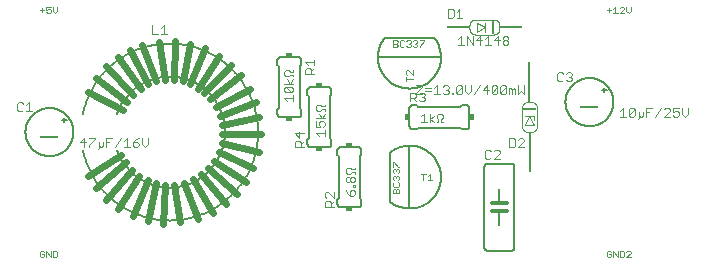
<source format=gto>
G75*
%MOIN*%
%OFA0B0*%
%FSLAX25Y25*%
%IPPOS*%
%LPD*%
%AMOC8*
5,1,8,0,0,1.08239X$1,22.5*
%
%ADD10C,0.00200*%
%ADD11C,0.00600*%
%ADD12R,0.06400X0.01000*%
%ADD13C,0.00300*%
%ADD14C,0.01200*%
%ADD15R,0.07200X0.00800*%
%ADD16C,0.00400*%
%ADD17R,0.01000X0.05000*%
%ADD18R,0.05000X0.01000*%
%ADD19R,0.00800X0.13400*%
%ADD20R,0.02000X0.01500*%
%ADD21R,0.01500X0.02000*%
%ADD22C,0.00500*%
%ADD23C,0.02400*%
D10*
X0008172Y0004567D02*
X0008539Y0004200D01*
X0009273Y0004200D01*
X0009640Y0004567D01*
X0009640Y0005301D01*
X0008906Y0005301D01*
X0009640Y0006035D02*
X0009273Y0006402D01*
X0008539Y0006402D01*
X0008172Y0006035D01*
X0008172Y0004567D01*
X0010382Y0004200D02*
X0010382Y0006402D01*
X0011850Y0004200D01*
X0011850Y0006402D01*
X0012592Y0006402D02*
X0013693Y0006402D01*
X0014060Y0006035D01*
X0014060Y0004567D01*
X0013693Y0004200D01*
X0012592Y0004200D01*
X0012592Y0006402D01*
X0125785Y0025575D02*
X0125785Y0026676D01*
X0126152Y0027043D01*
X0126519Y0027043D01*
X0126886Y0026676D01*
X0126886Y0025575D01*
X0127987Y0025575D02*
X0127987Y0026676D01*
X0127620Y0027043D01*
X0127253Y0027043D01*
X0126886Y0026676D01*
X0127987Y0025575D02*
X0125785Y0025575D01*
X0126152Y0027785D02*
X0125785Y0028152D01*
X0125785Y0028886D01*
X0126152Y0029253D01*
X0126152Y0029995D02*
X0125785Y0030362D01*
X0125785Y0031096D01*
X0126152Y0031463D01*
X0126519Y0031463D01*
X0126886Y0031096D01*
X0127253Y0031463D01*
X0127620Y0031463D01*
X0127987Y0031096D01*
X0127987Y0030362D01*
X0127620Y0029995D01*
X0127620Y0029253D02*
X0127987Y0028886D01*
X0127987Y0028152D01*
X0127620Y0027785D01*
X0126152Y0027785D01*
X0126886Y0030729D02*
X0126886Y0031096D01*
X0127620Y0032205D02*
X0127987Y0032572D01*
X0127987Y0033306D01*
X0127620Y0033673D01*
X0127253Y0033673D01*
X0126886Y0033306D01*
X0126886Y0032939D01*
X0126886Y0033306D02*
X0126519Y0033673D01*
X0126152Y0033673D01*
X0125785Y0033306D01*
X0125785Y0032572D01*
X0126152Y0032205D01*
X0125785Y0034415D02*
X0125785Y0035883D01*
X0126152Y0035883D01*
X0127620Y0034415D01*
X0127987Y0034415D01*
X0135277Y0032102D02*
X0136745Y0032102D01*
X0136011Y0032102D02*
X0136011Y0029900D01*
X0137487Y0029900D02*
X0138955Y0029900D01*
X0138221Y0029900D02*
X0138221Y0032102D01*
X0137487Y0031368D01*
X0197067Y0006035D02*
X0197067Y0004567D01*
X0197434Y0004200D01*
X0198168Y0004200D01*
X0198535Y0004567D01*
X0198535Y0005301D01*
X0197801Y0005301D01*
X0197067Y0006035D02*
X0197434Y0006402D01*
X0198168Y0006402D01*
X0198535Y0006035D01*
X0199277Y0006402D02*
X0200745Y0004200D01*
X0200745Y0006402D01*
X0201487Y0006402D02*
X0202588Y0006402D01*
X0202955Y0006035D01*
X0202955Y0004567D01*
X0202588Y0004200D01*
X0201487Y0004200D01*
X0201487Y0006402D01*
X0199277Y0006402D02*
X0199277Y0004200D01*
X0203697Y0004200D02*
X0205165Y0005668D01*
X0205165Y0006035D01*
X0204798Y0006402D01*
X0204064Y0006402D01*
X0203697Y0006035D01*
X0203697Y0004200D02*
X0205165Y0004200D01*
X0130285Y0062890D02*
X0130285Y0064358D01*
X0130285Y0063624D02*
X0132487Y0063624D01*
X0132487Y0065100D02*
X0131019Y0066568D01*
X0130652Y0066568D01*
X0130285Y0066201D01*
X0130285Y0065467D01*
X0130652Y0065100D01*
X0132487Y0065100D02*
X0132487Y0066568D01*
X0132959Y0074400D02*
X0132592Y0074767D01*
X0132959Y0074400D02*
X0133693Y0074400D01*
X0134060Y0074767D01*
X0134060Y0075134D01*
X0133693Y0075501D01*
X0133326Y0075501D01*
X0133693Y0075501D02*
X0134060Y0075868D01*
X0134060Y0076235D01*
X0133693Y0076602D01*
X0132959Y0076602D01*
X0132592Y0076235D01*
X0131850Y0076235D02*
X0131483Y0076602D01*
X0130749Y0076602D01*
X0130382Y0076235D01*
X0129640Y0076235D02*
X0129273Y0076602D01*
X0128539Y0076602D01*
X0128172Y0076235D01*
X0128172Y0074767D01*
X0128539Y0074400D01*
X0129273Y0074400D01*
X0129640Y0074767D01*
X0130382Y0074767D02*
X0130749Y0074400D01*
X0131483Y0074400D01*
X0131850Y0074767D01*
X0131850Y0075134D01*
X0131483Y0075501D01*
X0131116Y0075501D01*
X0131483Y0075501D02*
X0131850Y0075868D01*
X0131850Y0076235D01*
X0134802Y0076602D02*
X0136270Y0076602D01*
X0136270Y0076235D01*
X0134802Y0074767D01*
X0134802Y0074400D01*
X0127430Y0074767D02*
X0127063Y0074400D01*
X0125962Y0074400D01*
X0125962Y0076602D01*
X0127063Y0076602D01*
X0127430Y0076235D01*
X0127430Y0075868D01*
X0127063Y0075501D01*
X0125962Y0075501D01*
X0127063Y0075501D02*
X0127430Y0075134D01*
X0127430Y0074767D01*
X0197067Y0086701D02*
X0198535Y0086701D01*
X0199277Y0087068D02*
X0200011Y0087802D01*
X0200011Y0085600D01*
X0199277Y0085600D02*
X0200745Y0085600D01*
X0201487Y0085600D02*
X0202955Y0087068D01*
X0202955Y0087435D01*
X0202588Y0087802D01*
X0201854Y0087802D01*
X0201487Y0087435D01*
X0203697Y0087802D02*
X0203697Y0086334D01*
X0204431Y0085600D01*
X0205165Y0086334D01*
X0205165Y0087802D01*
X0202955Y0085600D02*
X0201487Y0085600D01*
X0197801Y0085967D02*
X0197801Y0087435D01*
X0014060Y0087802D02*
X0014060Y0086334D01*
X0013326Y0085600D01*
X0012592Y0086334D01*
X0012592Y0087802D01*
X0011850Y0087802D02*
X0010382Y0087802D01*
X0010382Y0086701D01*
X0011116Y0087068D01*
X0011483Y0087068D01*
X0011850Y0086701D01*
X0011850Y0085967D01*
X0011483Y0085600D01*
X0010749Y0085600D01*
X0010382Y0085967D01*
X0009640Y0086701D02*
X0008172Y0086701D01*
X0008906Y0087435D02*
X0008906Y0085967D01*
D11*
X0087387Y0070000D02*
X0087387Y0068500D01*
X0087887Y0068000D01*
X0087887Y0054000D01*
X0087387Y0053500D01*
X0087387Y0052000D01*
X0087389Y0051940D01*
X0087394Y0051879D01*
X0087403Y0051820D01*
X0087416Y0051761D01*
X0087432Y0051702D01*
X0087452Y0051645D01*
X0087475Y0051590D01*
X0087502Y0051535D01*
X0087531Y0051483D01*
X0087564Y0051432D01*
X0087600Y0051383D01*
X0087638Y0051337D01*
X0087680Y0051293D01*
X0087724Y0051251D01*
X0087770Y0051213D01*
X0087819Y0051177D01*
X0087870Y0051144D01*
X0087922Y0051115D01*
X0087977Y0051088D01*
X0088032Y0051065D01*
X0088089Y0051045D01*
X0088148Y0051029D01*
X0088207Y0051016D01*
X0088266Y0051007D01*
X0088327Y0051002D01*
X0088387Y0051000D01*
X0094387Y0051000D01*
X0094447Y0051002D01*
X0094508Y0051007D01*
X0094567Y0051016D01*
X0094626Y0051029D01*
X0094685Y0051045D01*
X0094742Y0051065D01*
X0094797Y0051088D01*
X0094852Y0051115D01*
X0094904Y0051144D01*
X0094955Y0051177D01*
X0095004Y0051213D01*
X0095050Y0051251D01*
X0095094Y0051293D01*
X0095136Y0051337D01*
X0095174Y0051383D01*
X0095210Y0051432D01*
X0095243Y0051483D01*
X0095272Y0051535D01*
X0095299Y0051590D01*
X0095322Y0051645D01*
X0095342Y0051702D01*
X0095358Y0051761D01*
X0095371Y0051820D01*
X0095380Y0051879D01*
X0095385Y0051940D01*
X0095387Y0052000D01*
X0095387Y0053500D01*
X0094887Y0054000D01*
X0094887Y0068000D01*
X0095387Y0068500D01*
X0095387Y0070000D01*
X0095385Y0070060D01*
X0095380Y0070121D01*
X0095371Y0070180D01*
X0095358Y0070239D01*
X0095342Y0070298D01*
X0095322Y0070355D01*
X0095299Y0070410D01*
X0095272Y0070465D01*
X0095243Y0070517D01*
X0095210Y0070568D01*
X0095174Y0070617D01*
X0095136Y0070663D01*
X0095094Y0070707D01*
X0095050Y0070749D01*
X0095004Y0070787D01*
X0094955Y0070823D01*
X0094904Y0070856D01*
X0094852Y0070885D01*
X0094797Y0070912D01*
X0094742Y0070935D01*
X0094685Y0070955D01*
X0094626Y0070971D01*
X0094567Y0070984D01*
X0094508Y0070993D01*
X0094447Y0070998D01*
X0094387Y0071000D01*
X0088387Y0071000D01*
X0088327Y0070998D01*
X0088266Y0070993D01*
X0088207Y0070984D01*
X0088148Y0070971D01*
X0088089Y0070955D01*
X0088032Y0070935D01*
X0087977Y0070912D01*
X0087922Y0070885D01*
X0087870Y0070856D01*
X0087819Y0070823D01*
X0087770Y0070787D01*
X0087724Y0070749D01*
X0087680Y0070707D01*
X0087638Y0070663D01*
X0087600Y0070617D01*
X0087564Y0070568D01*
X0087531Y0070517D01*
X0087502Y0070465D01*
X0087475Y0070410D01*
X0087452Y0070355D01*
X0087432Y0070298D01*
X0087416Y0070239D01*
X0087403Y0070180D01*
X0087394Y0070121D01*
X0087389Y0070060D01*
X0087387Y0070000D01*
X0087389Y0070060D01*
X0087394Y0070121D01*
X0087403Y0070180D01*
X0087416Y0070239D01*
X0087432Y0070298D01*
X0087452Y0070355D01*
X0087475Y0070410D01*
X0087502Y0070465D01*
X0087531Y0070517D01*
X0087564Y0070568D01*
X0087600Y0070617D01*
X0087638Y0070663D01*
X0087680Y0070707D01*
X0087724Y0070749D01*
X0087770Y0070787D01*
X0087819Y0070823D01*
X0087870Y0070856D01*
X0087922Y0070885D01*
X0087977Y0070912D01*
X0088032Y0070935D01*
X0088089Y0070955D01*
X0088148Y0070971D01*
X0088207Y0070984D01*
X0088266Y0070993D01*
X0088327Y0070998D01*
X0088387Y0071000D01*
X0094387Y0071000D02*
X0094447Y0070998D01*
X0094508Y0070993D01*
X0094567Y0070984D01*
X0094626Y0070971D01*
X0094685Y0070955D01*
X0094742Y0070935D01*
X0094797Y0070912D01*
X0094852Y0070885D01*
X0094904Y0070856D01*
X0094955Y0070823D01*
X0095004Y0070787D01*
X0095050Y0070749D01*
X0095094Y0070707D01*
X0095136Y0070663D01*
X0095174Y0070617D01*
X0095210Y0070568D01*
X0095243Y0070517D01*
X0095272Y0070465D01*
X0095299Y0070410D01*
X0095322Y0070355D01*
X0095342Y0070298D01*
X0095358Y0070239D01*
X0095371Y0070180D01*
X0095380Y0070121D01*
X0095385Y0070060D01*
X0095387Y0070000D01*
X0098387Y0061000D02*
X0104387Y0061000D01*
X0104447Y0060998D01*
X0104508Y0060993D01*
X0104567Y0060984D01*
X0104626Y0060971D01*
X0104685Y0060955D01*
X0104742Y0060935D01*
X0104797Y0060912D01*
X0104852Y0060885D01*
X0104904Y0060856D01*
X0104955Y0060823D01*
X0105004Y0060787D01*
X0105050Y0060749D01*
X0105094Y0060707D01*
X0105136Y0060663D01*
X0105174Y0060617D01*
X0105210Y0060568D01*
X0105243Y0060517D01*
X0105272Y0060465D01*
X0105299Y0060410D01*
X0105322Y0060355D01*
X0105342Y0060298D01*
X0105358Y0060239D01*
X0105371Y0060180D01*
X0105380Y0060121D01*
X0105385Y0060060D01*
X0105387Y0060000D01*
X0105387Y0058500D01*
X0104887Y0058000D01*
X0104887Y0044000D01*
X0105387Y0043500D01*
X0105387Y0042000D01*
X0105385Y0041940D01*
X0105380Y0041879D01*
X0105371Y0041820D01*
X0105358Y0041761D01*
X0105342Y0041702D01*
X0105322Y0041645D01*
X0105299Y0041590D01*
X0105272Y0041535D01*
X0105243Y0041483D01*
X0105210Y0041432D01*
X0105174Y0041383D01*
X0105136Y0041337D01*
X0105094Y0041293D01*
X0105050Y0041251D01*
X0105004Y0041213D01*
X0104955Y0041177D01*
X0104904Y0041144D01*
X0104852Y0041115D01*
X0104797Y0041088D01*
X0104742Y0041065D01*
X0104685Y0041045D01*
X0104626Y0041029D01*
X0104567Y0041016D01*
X0104508Y0041007D01*
X0104447Y0041002D01*
X0104387Y0041000D01*
X0098387Y0041000D01*
X0098327Y0041002D01*
X0098266Y0041007D01*
X0098207Y0041016D01*
X0098148Y0041029D01*
X0098089Y0041045D01*
X0098032Y0041065D01*
X0097977Y0041088D01*
X0097922Y0041115D01*
X0097870Y0041144D01*
X0097819Y0041177D01*
X0097770Y0041213D01*
X0097724Y0041251D01*
X0097680Y0041293D01*
X0097638Y0041337D01*
X0097600Y0041383D01*
X0097564Y0041432D01*
X0097531Y0041483D01*
X0097502Y0041535D01*
X0097475Y0041590D01*
X0097452Y0041645D01*
X0097432Y0041702D01*
X0097416Y0041761D01*
X0097403Y0041820D01*
X0097394Y0041879D01*
X0097389Y0041940D01*
X0097387Y0042000D01*
X0097387Y0043500D01*
X0097887Y0044000D01*
X0097887Y0058000D01*
X0097387Y0058500D01*
X0097387Y0060000D01*
X0097389Y0060060D01*
X0097394Y0060121D01*
X0097403Y0060180D01*
X0097416Y0060239D01*
X0097432Y0060298D01*
X0097452Y0060355D01*
X0097475Y0060410D01*
X0097502Y0060465D01*
X0097531Y0060517D01*
X0097564Y0060568D01*
X0097600Y0060617D01*
X0097638Y0060663D01*
X0097680Y0060707D01*
X0097724Y0060749D01*
X0097770Y0060787D01*
X0097819Y0060823D01*
X0097870Y0060856D01*
X0097922Y0060885D01*
X0097977Y0060912D01*
X0098032Y0060935D01*
X0098089Y0060955D01*
X0098148Y0060971D01*
X0098207Y0060984D01*
X0098266Y0060993D01*
X0098327Y0060998D01*
X0098387Y0061000D01*
X0098327Y0060998D01*
X0098266Y0060993D01*
X0098207Y0060984D01*
X0098148Y0060971D01*
X0098089Y0060955D01*
X0098032Y0060935D01*
X0097977Y0060912D01*
X0097922Y0060885D01*
X0097870Y0060856D01*
X0097819Y0060823D01*
X0097770Y0060787D01*
X0097724Y0060749D01*
X0097680Y0060707D01*
X0097638Y0060663D01*
X0097600Y0060617D01*
X0097564Y0060568D01*
X0097531Y0060517D01*
X0097502Y0060465D01*
X0097475Y0060410D01*
X0097452Y0060355D01*
X0097432Y0060298D01*
X0097416Y0060239D01*
X0097403Y0060180D01*
X0097394Y0060121D01*
X0097389Y0060060D01*
X0097387Y0060000D01*
X0104387Y0061000D02*
X0104447Y0060998D01*
X0104508Y0060993D01*
X0104567Y0060984D01*
X0104626Y0060971D01*
X0104685Y0060955D01*
X0104742Y0060935D01*
X0104797Y0060912D01*
X0104852Y0060885D01*
X0104904Y0060856D01*
X0104955Y0060823D01*
X0105004Y0060787D01*
X0105050Y0060749D01*
X0105094Y0060707D01*
X0105136Y0060663D01*
X0105174Y0060617D01*
X0105210Y0060568D01*
X0105243Y0060517D01*
X0105272Y0060465D01*
X0105299Y0060410D01*
X0105322Y0060355D01*
X0105342Y0060298D01*
X0105358Y0060239D01*
X0105371Y0060180D01*
X0105380Y0060121D01*
X0105385Y0060060D01*
X0105387Y0060000D01*
X0095387Y0052000D02*
X0095385Y0051940D01*
X0095380Y0051879D01*
X0095371Y0051820D01*
X0095358Y0051761D01*
X0095342Y0051702D01*
X0095322Y0051645D01*
X0095299Y0051590D01*
X0095272Y0051535D01*
X0095243Y0051483D01*
X0095210Y0051432D01*
X0095174Y0051383D01*
X0095136Y0051337D01*
X0095094Y0051293D01*
X0095050Y0051251D01*
X0095004Y0051213D01*
X0094955Y0051177D01*
X0094904Y0051144D01*
X0094852Y0051115D01*
X0094797Y0051088D01*
X0094742Y0051065D01*
X0094685Y0051045D01*
X0094626Y0051029D01*
X0094567Y0051016D01*
X0094508Y0051007D01*
X0094447Y0051002D01*
X0094387Y0051000D01*
X0088387Y0051000D02*
X0088327Y0051002D01*
X0088266Y0051007D01*
X0088207Y0051016D01*
X0088148Y0051029D01*
X0088089Y0051045D01*
X0088032Y0051065D01*
X0087977Y0051088D01*
X0087922Y0051115D01*
X0087870Y0051144D01*
X0087819Y0051177D01*
X0087770Y0051213D01*
X0087724Y0051251D01*
X0087680Y0051293D01*
X0087638Y0051337D01*
X0087600Y0051383D01*
X0087564Y0051432D01*
X0087531Y0051483D01*
X0087502Y0051535D01*
X0087475Y0051590D01*
X0087452Y0051645D01*
X0087432Y0051702D01*
X0087416Y0051761D01*
X0087403Y0051820D01*
X0087394Y0051879D01*
X0087389Y0051940D01*
X0087387Y0052000D01*
X0097387Y0042000D02*
X0097389Y0041940D01*
X0097394Y0041879D01*
X0097403Y0041820D01*
X0097416Y0041761D01*
X0097432Y0041702D01*
X0097452Y0041645D01*
X0097475Y0041590D01*
X0097502Y0041535D01*
X0097531Y0041483D01*
X0097564Y0041432D01*
X0097600Y0041383D01*
X0097638Y0041337D01*
X0097680Y0041293D01*
X0097724Y0041251D01*
X0097770Y0041213D01*
X0097819Y0041177D01*
X0097870Y0041144D01*
X0097922Y0041115D01*
X0097977Y0041088D01*
X0098032Y0041065D01*
X0098089Y0041045D01*
X0098148Y0041029D01*
X0098207Y0041016D01*
X0098266Y0041007D01*
X0098327Y0041002D01*
X0098387Y0041000D01*
X0104387Y0041000D02*
X0104447Y0041002D01*
X0104508Y0041007D01*
X0104567Y0041016D01*
X0104626Y0041029D01*
X0104685Y0041045D01*
X0104742Y0041065D01*
X0104797Y0041088D01*
X0104852Y0041115D01*
X0104904Y0041144D01*
X0104955Y0041177D01*
X0105004Y0041213D01*
X0105050Y0041251D01*
X0105094Y0041293D01*
X0105136Y0041337D01*
X0105174Y0041383D01*
X0105210Y0041432D01*
X0105243Y0041483D01*
X0105272Y0041535D01*
X0105299Y0041590D01*
X0105322Y0041645D01*
X0105342Y0041702D01*
X0105358Y0041761D01*
X0105371Y0041820D01*
X0105380Y0041879D01*
X0105385Y0041940D01*
X0105387Y0042000D01*
X0107387Y0040000D02*
X0107387Y0038500D01*
X0107887Y0038000D01*
X0107887Y0024000D01*
X0107387Y0023500D01*
X0107387Y0022000D01*
X0107389Y0021940D01*
X0107394Y0021879D01*
X0107403Y0021820D01*
X0107416Y0021761D01*
X0107432Y0021702D01*
X0107452Y0021645D01*
X0107475Y0021590D01*
X0107502Y0021535D01*
X0107531Y0021483D01*
X0107564Y0021432D01*
X0107600Y0021383D01*
X0107638Y0021337D01*
X0107680Y0021293D01*
X0107724Y0021251D01*
X0107770Y0021213D01*
X0107819Y0021177D01*
X0107870Y0021144D01*
X0107922Y0021115D01*
X0107977Y0021088D01*
X0108032Y0021065D01*
X0108089Y0021045D01*
X0108148Y0021029D01*
X0108207Y0021016D01*
X0108266Y0021007D01*
X0108327Y0021002D01*
X0108387Y0021000D01*
X0114387Y0021000D01*
X0114447Y0021002D01*
X0114508Y0021007D01*
X0114567Y0021016D01*
X0114626Y0021029D01*
X0114685Y0021045D01*
X0114742Y0021065D01*
X0114797Y0021088D01*
X0114852Y0021115D01*
X0114904Y0021144D01*
X0114955Y0021177D01*
X0115004Y0021213D01*
X0115050Y0021251D01*
X0115094Y0021293D01*
X0115136Y0021337D01*
X0115174Y0021383D01*
X0115210Y0021432D01*
X0115243Y0021483D01*
X0115272Y0021535D01*
X0115299Y0021590D01*
X0115322Y0021645D01*
X0115342Y0021702D01*
X0115358Y0021761D01*
X0115371Y0021820D01*
X0115380Y0021879D01*
X0115385Y0021940D01*
X0115387Y0022000D01*
X0115387Y0023500D01*
X0114887Y0024000D01*
X0114887Y0038000D01*
X0115387Y0038500D01*
X0115387Y0040000D01*
X0115385Y0040060D01*
X0115380Y0040121D01*
X0115371Y0040180D01*
X0115358Y0040239D01*
X0115342Y0040298D01*
X0115322Y0040355D01*
X0115299Y0040410D01*
X0115272Y0040465D01*
X0115243Y0040517D01*
X0115210Y0040568D01*
X0115174Y0040617D01*
X0115136Y0040663D01*
X0115094Y0040707D01*
X0115050Y0040749D01*
X0115004Y0040787D01*
X0114955Y0040823D01*
X0114904Y0040856D01*
X0114852Y0040885D01*
X0114797Y0040912D01*
X0114742Y0040935D01*
X0114685Y0040955D01*
X0114626Y0040971D01*
X0114567Y0040984D01*
X0114508Y0040993D01*
X0114447Y0040998D01*
X0114387Y0041000D01*
X0108387Y0041000D01*
X0108327Y0040998D01*
X0108266Y0040993D01*
X0108207Y0040984D01*
X0108148Y0040971D01*
X0108089Y0040955D01*
X0108032Y0040935D01*
X0107977Y0040912D01*
X0107922Y0040885D01*
X0107870Y0040856D01*
X0107819Y0040823D01*
X0107770Y0040787D01*
X0107724Y0040749D01*
X0107680Y0040707D01*
X0107638Y0040663D01*
X0107600Y0040617D01*
X0107564Y0040568D01*
X0107531Y0040517D01*
X0107502Y0040465D01*
X0107475Y0040410D01*
X0107452Y0040355D01*
X0107432Y0040298D01*
X0107416Y0040239D01*
X0107403Y0040180D01*
X0107394Y0040121D01*
X0107389Y0040060D01*
X0107387Y0040000D01*
X0107389Y0040060D01*
X0107394Y0040121D01*
X0107403Y0040180D01*
X0107416Y0040239D01*
X0107432Y0040298D01*
X0107452Y0040355D01*
X0107475Y0040410D01*
X0107502Y0040465D01*
X0107531Y0040517D01*
X0107564Y0040568D01*
X0107600Y0040617D01*
X0107638Y0040663D01*
X0107680Y0040707D01*
X0107724Y0040749D01*
X0107770Y0040787D01*
X0107819Y0040823D01*
X0107870Y0040856D01*
X0107922Y0040885D01*
X0107977Y0040912D01*
X0108032Y0040935D01*
X0108089Y0040955D01*
X0108148Y0040971D01*
X0108207Y0040984D01*
X0108266Y0040993D01*
X0108327Y0040998D01*
X0108387Y0041000D01*
X0114387Y0041000D02*
X0114447Y0040998D01*
X0114508Y0040993D01*
X0114567Y0040984D01*
X0114626Y0040971D01*
X0114685Y0040955D01*
X0114742Y0040935D01*
X0114797Y0040912D01*
X0114852Y0040885D01*
X0114904Y0040856D01*
X0114955Y0040823D01*
X0115004Y0040787D01*
X0115050Y0040749D01*
X0115094Y0040707D01*
X0115136Y0040663D01*
X0115174Y0040617D01*
X0115210Y0040568D01*
X0115243Y0040517D01*
X0115272Y0040465D01*
X0115299Y0040410D01*
X0115322Y0040355D01*
X0115342Y0040298D01*
X0115358Y0040239D01*
X0115371Y0040180D01*
X0115380Y0040121D01*
X0115385Y0040060D01*
X0115387Y0040000D01*
X0132387Y0047000D02*
X0133887Y0047000D01*
X0134387Y0047500D01*
X0148387Y0047500D01*
X0148887Y0047000D01*
X0150387Y0047000D01*
X0150447Y0047002D01*
X0150508Y0047007D01*
X0150567Y0047016D01*
X0150626Y0047029D01*
X0150685Y0047045D01*
X0150742Y0047065D01*
X0150797Y0047088D01*
X0150852Y0047115D01*
X0150904Y0047144D01*
X0150955Y0047177D01*
X0151004Y0047213D01*
X0151050Y0047251D01*
X0151094Y0047293D01*
X0151136Y0047337D01*
X0151174Y0047383D01*
X0151210Y0047432D01*
X0151243Y0047483D01*
X0151272Y0047535D01*
X0151299Y0047590D01*
X0151322Y0047645D01*
X0151342Y0047702D01*
X0151358Y0047761D01*
X0151371Y0047820D01*
X0151380Y0047879D01*
X0151385Y0047940D01*
X0151387Y0048000D01*
X0151387Y0054000D01*
X0151385Y0054060D01*
X0151380Y0054121D01*
X0151371Y0054180D01*
X0151358Y0054239D01*
X0151342Y0054298D01*
X0151322Y0054355D01*
X0151299Y0054410D01*
X0151272Y0054465D01*
X0151243Y0054517D01*
X0151210Y0054568D01*
X0151174Y0054617D01*
X0151136Y0054663D01*
X0151094Y0054707D01*
X0151050Y0054749D01*
X0151004Y0054787D01*
X0150955Y0054823D01*
X0150904Y0054856D01*
X0150852Y0054885D01*
X0150797Y0054912D01*
X0150742Y0054935D01*
X0150685Y0054955D01*
X0150626Y0054971D01*
X0150567Y0054984D01*
X0150508Y0054993D01*
X0150447Y0054998D01*
X0150387Y0055000D01*
X0148887Y0055000D01*
X0148387Y0054500D01*
X0134387Y0054500D01*
X0133887Y0055000D01*
X0132387Y0055000D01*
X0132327Y0054998D01*
X0132266Y0054993D01*
X0132207Y0054984D01*
X0132148Y0054971D01*
X0132089Y0054955D01*
X0132032Y0054935D01*
X0131977Y0054912D01*
X0131922Y0054885D01*
X0131870Y0054856D01*
X0131819Y0054823D01*
X0131770Y0054787D01*
X0131724Y0054749D01*
X0131680Y0054707D01*
X0131638Y0054663D01*
X0131600Y0054617D01*
X0131564Y0054568D01*
X0131531Y0054517D01*
X0131502Y0054465D01*
X0131475Y0054410D01*
X0131452Y0054355D01*
X0131432Y0054298D01*
X0131416Y0054239D01*
X0131403Y0054180D01*
X0131394Y0054121D01*
X0131389Y0054060D01*
X0131387Y0054000D01*
X0131387Y0048000D01*
X0131389Y0047940D01*
X0131394Y0047879D01*
X0131403Y0047820D01*
X0131416Y0047761D01*
X0131432Y0047702D01*
X0131452Y0047645D01*
X0131475Y0047590D01*
X0131502Y0047535D01*
X0131531Y0047483D01*
X0131564Y0047432D01*
X0131600Y0047383D01*
X0131638Y0047337D01*
X0131680Y0047293D01*
X0131724Y0047251D01*
X0131770Y0047213D01*
X0131819Y0047177D01*
X0131870Y0047144D01*
X0131922Y0047115D01*
X0131977Y0047088D01*
X0132032Y0047065D01*
X0132089Y0047045D01*
X0132148Y0047029D01*
X0132207Y0047016D01*
X0132266Y0047007D01*
X0132327Y0047002D01*
X0132387Y0047000D01*
X0132327Y0047002D01*
X0132266Y0047007D01*
X0132207Y0047016D01*
X0132148Y0047029D01*
X0132089Y0047045D01*
X0132032Y0047065D01*
X0131977Y0047088D01*
X0131922Y0047115D01*
X0131870Y0047144D01*
X0131819Y0047177D01*
X0131770Y0047213D01*
X0131724Y0047251D01*
X0131680Y0047293D01*
X0131638Y0047337D01*
X0131600Y0047383D01*
X0131564Y0047432D01*
X0131531Y0047483D01*
X0131502Y0047535D01*
X0131475Y0047590D01*
X0131452Y0047645D01*
X0131432Y0047702D01*
X0131416Y0047761D01*
X0131403Y0047820D01*
X0131394Y0047879D01*
X0131389Y0047940D01*
X0131387Y0048000D01*
X0131387Y0054000D02*
X0131389Y0054060D01*
X0131394Y0054121D01*
X0131403Y0054180D01*
X0131416Y0054239D01*
X0131432Y0054298D01*
X0131452Y0054355D01*
X0131475Y0054410D01*
X0131502Y0054465D01*
X0131531Y0054517D01*
X0131564Y0054568D01*
X0131600Y0054617D01*
X0131638Y0054663D01*
X0131680Y0054707D01*
X0131724Y0054749D01*
X0131770Y0054787D01*
X0131819Y0054823D01*
X0131870Y0054856D01*
X0131922Y0054885D01*
X0131977Y0054912D01*
X0132032Y0054935D01*
X0132089Y0054955D01*
X0132148Y0054971D01*
X0132207Y0054984D01*
X0132266Y0054993D01*
X0132327Y0054998D01*
X0132387Y0055000D01*
X0150387Y0055000D02*
X0150447Y0054998D01*
X0150508Y0054993D01*
X0150567Y0054984D01*
X0150626Y0054971D01*
X0150685Y0054955D01*
X0150742Y0054935D01*
X0150797Y0054912D01*
X0150852Y0054885D01*
X0150904Y0054856D01*
X0150955Y0054823D01*
X0151004Y0054787D01*
X0151050Y0054749D01*
X0151094Y0054707D01*
X0151136Y0054663D01*
X0151174Y0054617D01*
X0151210Y0054568D01*
X0151243Y0054517D01*
X0151272Y0054465D01*
X0151299Y0054410D01*
X0151322Y0054355D01*
X0151342Y0054298D01*
X0151358Y0054239D01*
X0151371Y0054180D01*
X0151380Y0054121D01*
X0151385Y0054060D01*
X0151387Y0054000D01*
X0151387Y0048000D02*
X0151385Y0047940D01*
X0151380Y0047879D01*
X0151371Y0047820D01*
X0151358Y0047761D01*
X0151342Y0047702D01*
X0151322Y0047645D01*
X0151299Y0047590D01*
X0151272Y0047535D01*
X0151243Y0047483D01*
X0151210Y0047432D01*
X0151174Y0047383D01*
X0151136Y0047337D01*
X0151094Y0047293D01*
X0151050Y0047251D01*
X0151004Y0047213D01*
X0150955Y0047177D01*
X0150904Y0047144D01*
X0150852Y0047115D01*
X0150797Y0047088D01*
X0150742Y0047065D01*
X0150685Y0047045D01*
X0150626Y0047029D01*
X0150567Y0047016D01*
X0150508Y0047007D01*
X0150447Y0047002D01*
X0150387Y0047000D01*
X0157387Y0035500D02*
X0165387Y0035500D01*
X0165447Y0035498D01*
X0165508Y0035493D01*
X0165567Y0035484D01*
X0165626Y0035471D01*
X0165685Y0035455D01*
X0165742Y0035435D01*
X0165797Y0035412D01*
X0165852Y0035385D01*
X0165904Y0035356D01*
X0165955Y0035323D01*
X0166004Y0035287D01*
X0166050Y0035249D01*
X0166094Y0035207D01*
X0166136Y0035163D01*
X0166174Y0035117D01*
X0166210Y0035068D01*
X0166243Y0035017D01*
X0166272Y0034965D01*
X0166299Y0034910D01*
X0166322Y0034855D01*
X0166342Y0034798D01*
X0166358Y0034739D01*
X0166371Y0034680D01*
X0166380Y0034621D01*
X0166385Y0034560D01*
X0166387Y0034500D01*
X0166387Y0007500D01*
X0166385Y0007440D01*
X0166380Y0007379D01*
X0166371Y0007320D01*
X0166358Y0007261D01*
X0166342Y0007202D01*
X0166322Y0007145D01*
X0166299Y0007090D01*
X0166272Y0007035D01*
X0166243Y0006983D01*
X0166210Y0006932D01*
X0166174Y0006883D01*
X0166136Y0006837D01*
X0166094Y0006793D01*
X0166050Y0006751D01*
X0166004Y0006713D01*
X0165955Y0006677D01*
X0165904Y0006644D01*
X0165852Y0006615D01*
X0165797Y0006588D01*
X0165742Y0006565D01*
X0165685Y0006545D01*
X0165626Y0006529D01*
X0165567Y0006516D01*
X0165508Y0006507D01*
X0165447Y0006502D01*
X0165387Y0006500D01*
X0157387Y0006500D01*
X0157327Y0006502D01*
X0157266Y0006507D01*
X0157207Y0006516D01*
X0157148Y0006529D01*
X0157089Y0006545D01*
X0157032Y0006565D01*
X0156977Y0006588D01*
X0156922Y0006615D01*
X0156870Y0006644D01*
X0156819Y0006677D01*
X0156770Y0006713D01*
X0156724Y0006751D01*
X0156680Y0006793D01*
X0156638Y0006837D01*
X0156600Y0006883D01*
X0156564Y0006932D01*
X0156531Y0006983D01*
X0156502Y0007035D01*
X0156475Y0007090D01*
X0156452Y0007145D01*
X0156432Y0007202D01*
X0156416Y0007261D01*
X0156403Y0007320D01*
X0156394Y0007379D01*
X0156389Y0007440D01*
X0156387Y0007500D01*
X0156387Y0034500D01*
X0156389Y0034560D01*
X0156394Y0034621D01*
X0156403Y0034680D01*
X0156416Y0034739D01*
X0156432Y0034798D01*
X0156452Y0034855D01*
X0156475Y0034910D01*
X0156502Y0034965D01*
X0156531Y0035017D01*
X0156564Y0035068D01*
X0156600Y0035117D01*
X0156638Y0035163D01*
X0156680Y0035207D01*
X0156724Y0035249D01*
X0156770Y0035287D01*
X0156819Y0035323D01*
X0156870Y0035356D01*
X0156922Y0035385D01*
X0156977Y0035412D01*
X0157032Y0035435D01*
X0157089Y0035455D01*
X0157148Y0035471D01*
X0157207Y0035484D01*
X0157266Y0035493D01*
X0157327Y0035498D01*
X0157387Y0035500D01*
X0161387Y0027000D02*
X0161387Y0022200D01*
X0161387Y0019700D02*
X0161387Y0015000D01*
X0115387Y0022000D02*
X0115385Y0021940D01*
X0115380Y0021879D01*
X0115371Y0021820D01*
X0115358Y0021761D01*
X0115342Y0021702D01*
X0115322Y0021645D01*
X0115299Y0021590D01*
X0115272Y0021535D01*
X0115243Y0021483D01*
X0115210Y0021432D01*
X0115174Y0021383D01*
X0115136Y0021337D01*
X0115094Y0021293D01*
X0115050Y0021251D01*
X0115004Y0021213D01*
X0114955Y0021177D01*
X0114904Y0021144D01*
X0114852Y0021115D01*
X0114797Y0021088D01*
X0114742Y0021065D01*
X0114685Y0021045D01*
X0114626Y0021029D01*
X0114567Y0021016D01*
X0114508Y0021007D01*
X0114447Y0021002D01*
X0114387Y0021000D01*
X0108387Y0021000D02*
X0108327Y0021002D01*
X0108266Y0021007D01*
X0108207Y0021016D01*
X0108148Y0021029D01*
X0108089Y0021045D01*
X0108032Y0021065D01*
X0107977Y0021088D01*
X0107922Y0021115D01*
X0107870Y0021144D01*
X0107819Y0021177D01*
X0107770Y0021213D01*
X0107724Y0021251D01*
X0107680Y0021293D01*
X0107638Y0021337D01*
X0107600Y0021383D01*
X0107564Y0021432D01*
X0107531Y0021483D01*
X0107502Y0021535D01*
X0107475Y0021590D01*
X0107452Y0021645D01*
X0107432Y0021702D01*
X0107416Y0021761D01*
X0107403Y0021820D01*
X0107394Y0021879D01*
X0107389Y0021940D01*
X0107387Y0022000D01*
X0022497Y0040031D02*
X0022652Y0039326D01*
X0022824Y0038624D01*
X0023013Y0037927D01*
X0023219Y0037235D01*
X0023442Y0036548D01*
X0023682Y0035867D01*
X0023938Y0035192D01*
X0024211Y0034523D01*
X0024500Y0033861D01*
X0024805Y0033207D01*
X0025127Y0032560D01*
X0025463Y0031921D01*
X0025816Y0031291D01*
X0026184Y0030669D01*
X0026566Y0030057D01*
X0026964Y0029454D01*
X0027377Y0028861D01*
X0027803Y0028278D01*
X0028244Y0027706D01*
X0028699Y0027145D01*
X0029167Y0026596D01*
X0029649Y0026057D01*
X0030144Y0025531D01*
X0030651Y0025017D01*
X0031171Y0024516D01*
X0031703Y0024028D01*
X0032247Y0023552D01*
X0032802Y0023090D01*
X0033368Y0022642D01*
X0033946Y0022208D01*
X0034533Y0021788D01*
X0035131Y0021383D01*
X0035738Y0020993D01*
X0036355Y0020617D01*
X0036981Y0020257D01*
X0037616Y0019912D01*
X0038258Y0019582D01*
X0038909Y0019269D01*
X0039567Y0018971D01*
X0040232Y0018690D01*
X0040904Y0018425D01*
X0041582Y0018177D01*
X0042266Y0017945D01*
X0042956Y0017730D01*
X0043650Y0017533D01*
X0044350Y0017352D01*
X0045053Y0017188D01*
X0045760Y0017042D01*
X0046471Y0016913D01*
X0047184Y0016801D01*
X0047900Y0016707D01*
X0048619Y0016630D01*
X0049338Y0016571D01*
X0050059Y0016530D01*
X0050781Y0016506D01*
X0051503Y0016500D01*
X0052225Y0016512D01*
X0052947Y0016541D01*
X0053668Y0016588D01*
X0054387Y0016653D01*
X0055105Y0016735D01*
X0055820Y0016835D01*
X0056532Y0016952D01*
X0057242Y0017087D01*
X0057948Y0017239D01*
X0058650Y0017408D01*
X0059348Y0017594D01*
X0060041Y0017798D01*
X0060729Y0018018D01*
X0061411Y0018255D01*
X0062087Y0018509D01*
X0062757Y0018779D01*
X0063420Y0019066D01*
X0064075Y0019368D01*
X0064724Y0019687D01*
X0065364Y0020021D01*
X0065995Y0020371D01*
X0066618Y0020736D01*
X0067232Y0021117D01*
X0067837Y0021512D01*
X0068431Y0021922D01*
X0069016Y0022347D01*
X0069589Y0022785D01*
X0070152Y0023238D01*
X0070704Y0023704D01*
X0071244Y0024183D01*
X0071772Y0024676D01*
X0072288Y0025182D01*
X0072791Y0025699D01*
X0073282Y0026229D01*
X0073759Y0026771D01*
X0074223Y0027325D01*
X0074673Y0027889D01*
X0075110Y0028465D01*
X0075532Y0029051D01*
X0075940Y0029647D01*
X0076333Y0030253D01*
X0076711Y0030868D01*
X0077073Y0031493D01*
X0077421Y0032126D01*
X0077753Y0032767D01*
X0078069Y0033417D01*
X0078369Y0034074D01*
X0078653Y0034738D01*
X0078920Y0035409D01*
X0079171Y0036086D01*
X0079405Y0036769D01*
X0079623Y0037457D01*
X0079824Y0038151D01*
X0080007Y0038850D01*
X0080174Y0039552D01*
X0080323Y0040259D01*
X0080455Y0040969D01*
X0080569Y0041682D01*
X0080666Y0042398D01*
X0080746Y0043116D01*
X0080807Y0043835D01*
X0080852Y0044556D01*
X0080878Y0045278D01*
X0080887Y0046000D01*
X0080878Y0046722D01*
X0080852Y0047444D01*
X0080807Y0048165D01*
X0080746Y0048884D01*
X0080666Y0049602D01*
X0080569Y0050318D01*
X0080455Y0051031D01*
X0080323Y0051741D01*
X0080174Y0052448D01*
X0080007Y0053150D01*
X0079824Y0053849D01*
X0079623Y0054543D01*
X0079405Y0055231D01*
X0079171Y0055914D01*
X0078920Y0056591D01*
X0078653Y0057262D01*
X0078369Y0057926D01*
X0078069Y0058583D01*
X0077753Y0059233D01*
X0077421Y0059874D01*
X0077073Y0060507D01*
X0076711Y0061132D01*
X0076333Y0061747D01*
X0075940Y0062353D01*
X0075532Y0062949D01*
X0075110Y0063535D01*
X0074673Y0064111D01*
X0074223Y0064675D01*
X0073759Y0065229D01*
X0073282Y0065771D01*
X0072791Y0066301D01*
X0072288Y0066818D01*
X0071772Y0067324D01*
X0071244Y0067817D01*
X0070704Y0068296D01*
X0070152Y0068762D01*
X0069589Y0069215D01*
X0069016Y0069653D01*
X0068431Y0070078D01*
X0067837Y0070488D01*
X0067232Y0070883D01*
X0066618Y0071264D01*
X0065995Y0071629D01*
X0065364Y0071979D01*
X0064724Y0072313D01*
X0064075Y0072632D01*
X0063420Y0072934D01*
X0062757Y0073221D01*
X0062087Y0073491D01*
X0061411Y0073745D01*
X0060729Y0073982D01*
X0060041Y0074202D01*
X0059348Y0074406D01*
X0058650Y0074592D01*
X0057948Y0074761D01*
X0057242Y0074913D01*
X0056532Y0075048D01*
X0055820Y0075165D01*
X0055105Y0075265D01*
X0054387Y0075347D01*
X0053668Y0075412D01*
X0052947Y0075459D01*
X0052225Y0075488D01*
X0051503Y0075500D01*
X0050781Y0075494D01*
X0050059Y0075470D01*
X0049338Y0075429D01*
X0048619Y0075370D01*
X0047900Y0075293D01*
X0047184Y0075199D01*
X0046471Y0075087D01*
X0045760Y0074958D01*
X0045053Y0074812D01*
X0044350Y0074648D01*
X0043650Y0074467D01*
X0042956Y0074270D01*
X0042266Y0074055D01*
X0041582Y0073823D01*
X0040904Y0073575D01*
X0040232Y0073310D01*
X0039567Y0073029D01*
X0038909Y0072731D01*
X0038258Y0072418D01*
X0037616Y0072088D01*
X0036981Y0071743D01*
X0036355Y0071383D01*
X0035738Y0071007D01*
X0035131Y0070617D01*
X0034533Y0070212D01*
X0033946Y0069792D01*
X0033368Y0069358D01*
X0032802Y0068910D01*
X0032247Y0068448D01*
X0031703Y0067972D01*
X0031171Y0067484D01*
X0030651Y0066983D01*
X0030144Y0066469D01*
X0029649Y0065943D01*
X0029167Y0065404D01*
X0028699Y0064855D01*
X0028244Y0064294D01*
X0027803Y0063722D01*
X0027377Y0063139D01*
X0026964Y0062546D01*
X0026566Y0061943D01*
X0026184Y0061331D01*
X0025816Y0060709D01*
X0025463Y0060079D01*
X0025127Y0059440D01*
X0024805Y0058793D01*
X0024500Y0058139D01*
X0024211Y0057477D01*
X0023938Y0056808D01*
X0023682Y0056133D01*
X0023442Y0055452D01*
X0023219Y0054765D01*
X0023013Y0054073D01*
X0022824Y0053376D01*
X0022652Y0052674D01*
X0022497Y0051969D01*
X0017137Y0050000D02*
X0016387Y0050000D01*
X0016387Y0049250D01*
X0016387Y0050000D02*
X0015637Y0050000D01*
X0016387Y0050000D02*
X0016387Y0050750D01*
X0003387Y0046000D02*
X0003389Y0046196D01*
X0003397Y0046393D01*
X0003409Y0046589D01*
X0003426Y0046784D01*
X0003447Y0046979D01*
X0003474Y0047174D01*
X0003505Y0047368D01*
X0003541Y0047561D01*
X0003581Y0047753D01*
X0003627Y0047944D01*
X0003677Y0048134D01*
X0003731Y0048322D01*
X0003791Y0048509D01*
X0003855Y0048695D01*
X0003923Y0048879D01*
X0003996Y0049061D01*
X0004073Y0049242D01*
X0004155Y0049420D01*
X0004241Y0049597D01*
X0004332Y0049771D01*
X0004426Y0049943D01*
X0004525Y0050113D01*
X0004628Y0050280D01*
X0004735Y0050445D01*
X0004846Y0050606D01*
X0004961Y0050766D01*
X0005080Y0050922D01*
X0005203Y0051075D01*
X0005329Y0051225D01*
X0005459Y0051372D01*
X0005593Y0051516D01*
X0005730Y0051657D01*
X0005871Y0051794D01*
X0006015Y0051928D01*
X0006162Y0052058D01*
X0006312Y0052184D01*
X0006465Y0052307D01*
X0006621Y0052426D01*
X0006781Y0052541D01*
X0006942Y0052652D01*
X0007107Y0052759D01*
X0007274Y0052862D01*
X0007444Y0052961D01*
X0007616Y0053055D01*
X0007790Y0053146D01*
X0007967Y0053232D01*
X0008145Y0053314D01*
X0008326Y0053391D01*
X0008508Y0053464D01*
X0008692Y0053532D01*
X0008878Y0053596D01*
X0009065Y0053656D01*
X0009253Y0053710D01*
X0009443Y0053760D01*
X0009634Y0053806D01*
X0009826Y0053846D01*
X0010019Y0053882D01*
X0010213Y0053913D01*
X0010408Y0053940D01*
X0010603Y0053961D01*
X0010798Y0053978D01*
X0010994Y0053990D01*
X0011191Y0053998D01*
X0011387Y0054000D01*
X0011583Y0053998D01*
X0011780Y0053990D01*
X0011976Y0053978D01*
X0012171Y0053961D01*
X0012366Y0053940D01*
X0012561Y0053913D01*
X0012755Y0053882D01*
X0012948Y0053846D01*
X0013140Y0053806D01*
X0013331Y0053760D01*
X0013521Y0053710D01*
X0013709Y0053656D01*
X0013896Y0053596D01*
X0014082Y0053532D01*
X0014266Y0053464D01*
X0014448Y0053391D01*
X0014629Y0053314D01*
X0014807Y0053232D01*
X0014984Y0053146D01*
X0015158Y0053055D01*
X0015330Y0052961D01*
X0015500Y0052862D01*
X0015667Y0052759D01*
X0015832Y0052652D01*
X0015993Y0052541D01*
X0016153Y0052426D01*
X0016309Y0052307D01*
X0016462Y0052184D01*
X0016612Y0052058D01*
X0016759Y0051928D01*
X0016903Y0051794D01*
X0017044Y0051657D01*
X0017181Y0051516D01*
X0017315Y0051372D01*
X0017445Y0051225D01*
X0017571Y0051075D01*
X0017694Y0050922D01*
X0017813Y0050766D01*
X0017928Y0050606D01*
X0018039Y0050445D01*
X0018146Y0050280D01*
X0018249Y0050113D01*
X0018348Y0049943D01*
X0018442Y0049771D01*
X0018533Y0049597D01*
X0018619Y0049420D01*
X0018701Y0049242D01*
X0018778Y0049061D01*
X0018851Y0048879D01*
X0018919Y0048695D01*
X0018983Y0048509D01*
X0019043Y0048322D01*
X0019097Y0048134D01*
X0019147Y0047944D01*
X0019193Y0047753D01*
X0019233Y0047561D01*
X0019269Y0047368D01*
X0019300Y0047174D01*
X0019327Y0046979D01*
X0019348Y0046784D01*
X0019365Y0046589D01*
X0019377Y0046393D01*
X0019385Y0046196D01*
X0019387Y0046000D01*
X0019385Y0045804D01*
X0019377Y0045607D01*
X0019365Y0045411D01*
X0019348Y0045216D01*
X0019327Y0045021D01*
X0019300Y0044826D01*
X0019269Y0044632D01*
X0019233Y0044439D01*
X0019193Y0044247D01*
X0019147Y0044056D01*
X0019097Y0043866D01*
X0019043Y0043678D01*
X0018983Y0043491D01*
X0018919Y0043305D01*
X0018851Y0043121D01*
X0018778Y0042939D01*
X0018701Y0042758D01*
X0018619Y0042580D01*
X0018533Y0042403D01*
X0018442Y0042229D01*
X0018348Y0042057D01*
X0018249Y0041887D01*
X0018146Y0041720D01*
X0018039Y0041555D01*
X0017928Y0041394D01*
X0017813Y0041234D01*
X0017694Y0041078D01*
X0017571Y0040925D01*
X0017445Y0040775D01*
X0017315Y0040628D01*
X0017181Y0040484D01*
X0017044Y0040343D01*
X0016903Y0040206D01*
X0016759Y0040072D01*
X0016612Y0039942D01*
X0016462Y0039816D01*
X0016309Y0039693D01*
X0016153Y0039574D01*
X0015993Y0039459D01*
X0015832Y0039348D01*
X0015667Y0039241D01*
X0015500Y0039138D01*
X0015330Y0039039D01*
X0015158Y0038945D01*
X0014984Y0038854D01*
X0014807Y0038768D01*
X0014629Y0038686D01*
X0014448Y0038609D01*
X0014266Y0038536D01*
X0014082Y0038468D01*
X0013896Y0038404D01*
X0013709Y0038344D01*
X0013521Y0038290D01*
X0013331Y0038240D01*
X0013140Y0038194D01*
X0012948Y0038154D01*
X0012755Y0038118D01*
X0012561Y0038087D01*
X0012366Y0038060D01*
X0012171Y0038039D01*
X0011976Y0038022D01*
X0011780Y0038010D01*
X0011583Y0038002D01*
X0011387Y0038000D01*
X0011191Y0038002D01*
X0010994Y0038010D01*
X0010798Y0038022D01*
X0010603Y0038039D01*
X0010408Y0038060D01*
X0010213Y0038087D01*
X0010019Y0038118D01*
X0009826Y0038154D01*
X0009634Y0038194D01*
X0009443Y0038240D01*
X0009253Y0038290D01*
X0009065Y0038344D01*
X0008878Y0038404D01*
X0008692Y0038468D01*
X0008508Y0038536D01*
X0008326Y0038609D01*
X0008145Y0038686D01*
X0007967Y0038768D01*
X0007790Y0038854D01*
X0007616Y0038945D01*
X0007444Y0039039D01*
X0007274Y0039138D01*
X0007107Y0039241D01*
X0006942Y0039348D01*
X0006781Y0039459D01*
X0006621Y0039574D01*
X0006465Y0039693D01*
X0006312Y0039816D01*
X0006162Y0039942D01*
X0006015Y0040072D01*
X0005871Y0040206D01*
X0005730Y0040343D01*
X0005593Y0040484D01*
X0005459Y0040628D01*
X0005329Y0040775D01*
X0005203Y0040925D01*
X0005080Y0041078D01*
X0004961Y0041234D01*
X0004846Y0041394D01*
X0004735Y0041555D01*
X0004628Y0041720D01*
X0004525Y0041887D01*
X0004426Y0042057D01*
X0004332Y0042229D01*
X0004241Y0042403D01*
X0004155Y0042580D01*
X0004073Y0042758D01*
X0003996Y0042939D01*
X0003923Y0043121D01*
X0003855Y0043305D01*
X0003791Y0043491D01*
X0003731Y0043678D01*
X0003677Y0043866D01*
X0003627Y0044056D01*
X0003581Y0044247D01*
X0003541Y0044439D01*
X0003505Y0044632D01*
X0003474Y0044826D01*
X0003447Y0045021D01*
X0003426Y0045216D01*
X0003409Y0045411D01*
X0003397Y0045607D01*
X0003389Y0045804D01*
X0003387Y0046000D01*
X0033860Y0040080D02*
X0034010Y0039652D01*
X0034171Y0039229D01*
X0034342Y0038809D01*
X0034523Y0038394D01*
X0034714Y0037983D01*
X0034915Y0037578D01*
X0035127Y0037177D01*
X0035347Y0036781D01*
X0035578Y0036391D01*
X0035818Y0036007D01*
X0036067Y0035629D01*
X0036326Y0035257D01*
X0036593Y0034892D01*
X0036870Y0034533D01*
X0037155Y0034181D01*
X0037448Y0033836D01*
X0037750Y0033498D01*
X0038061Y0033168D01*
X0038379Y0032846D01*
X0038705Y0032531D01*
X0039038Y0032225D01*
X0039379Y0031926D01*
X0039727Y0031637D01*
X0040083Y0031356D01*
X0040444Y0031083D01*
X0040813Y0030820D01*
X0041188Y0030565D01*
X0041569Y0030320D01*
X0041956Y0030085D01*
X0042348Y0029859D01*
X0042746Y0029642D01*
X0043149Y0029435D01*
X0043557Y0029239D01*
X0043970Y0029052D01*
X0044387Y0028875D01*
X0044808Y0028709D01*
X0045234Y0028553D01*
X0045663Y0028408D01*
X0046095Y0028273D01*
X0046531Y0028149D01*
X0046969Y0028035D01*
X0047410Y0027932D01*
X0047854Y0027841D01*
X0048299Y0027759D01*
X0048747Y0027689D01*
X0049196Y0027630D01*
X0049646Y0027582D01*
X0050098Y0027545D01*
X0050550Y0027519D01*
X0051003Y0027504D01*
X0051456Y0027500D01*
X0051909Y0027507D01*
X0052361Y0027526D01*
X0052813Y0027555D01*
X0053265Y0027596D01*
X0053715Y0027647D01*
X0054163Y0027709D01*
X0054610Y0027783D01*
X0055055Y0027867D01*
X0055498Y0027963D01*
X0055938Y0028069D01*
X0056376Y0028185D01*
X0056811Y0028313D01*
X0057242Y0028451D01*
X0057670Y0028600D01*
X0058094Y0028759D01*
X0058514Y0028928D01*
X0058930Y0029108D01*
X0059341Y0029297D01*
X0059748Y0029497D01*
X0060150Y0029707D01*
X0060546Y0029926D01*
X0060937Y0030155D01*
X0061322Y0030394D01*
X0061701Y0030642D01*
X0062074Y0030899D01*
X0062440Y0031165D01*
X0062800Y0031440D01*
X0063153Y0031724D01*
X0063499Y0032016D01*
X0063838Y0032317D01*
X0064169Y0032626D01*
X0064493Y0032943D01*
X0064809Y0033268D01*
X0065116Y0033600D01*
X0065416Y0033940D01*
X0065707Y0034287D01*
X0065989Y0034641D01*
X0066263Y0035002D01*
X0066528Y0035370D01*
X0066784Y0035743D01*
X0067030Y0036123D01*
X0067267Y0036509D01*
X0067495Y0036901D01*
X0067713Y0037298D01*
X0067921Y0037700D01*
X0068119Y0038108D01*
X0068307Y0038520D01*
X0068485Y0038936D01*
X0068653Y0039357D01*
X0068811Y0039782D01*
X0068958Y0040210D01*
X0069094Y0040642D01*
X0069220Y0041077D01*
X0069335Y0041515D01*
X0069440Y0041956D01*
X0069533Y0042399D01*
X0069616Y0042845D01*
X0069688Y0043292D01*
X0069749Y0043741D01*
X0069798Y0044191D01*
X0069837Y0044642D01*
X0069865Y0045094D01*
X0069881Y0045547D01*
X0069887Y0046000D01*
X0069881Y0046453D01*
X0069865Y0046906D01*
X0069837Y0047358D01*
X0069798Y0047809D01*
X0069749Y0048259D01*
X0069688Y0048708D01*
X0069616Y0049155D01*
X0069533Y0049601D01*
X0069440Y0050044D01*
X0069335Y0050485D01*
X0069220Y0050923D01*
X0069094Y0051358D01*
X0068958Y0051790D01*
X0068811Y0052218D01*
X0068653Y0052643D01*
X0068485Y0053064D01*
X0068307Y0053480D01*
X0068119Y0053892D01*
X0067921Y0054300D01*
X0067713Y0054702D01*
X0067495Y0055099D01*
X0067267Y0055491D01*
X0067030Y0055877D01*
X0066784Y0056257D01*
X0066528Y0056630D01*
X0066263Y0056998D01*
X0065989Y0057359D01*
X0065707Y0057713D01*
X0065416Y0058060D01*
X0065116Y0058400D01*
X0064809Y0058732D01*
X0064493Y0059057D01*
X0064169Y0059374D01*
X0063838Y0059683D01*
X0063499Y0059984D01*
X0063153Y0060276D01*
X0062800Y0060560D01*
X0062440Y0060835D01*
X0062074Y0061101D01*
X0061701Y0061358D01*
X0061322Y0061606D01*
X0060937Y0061845D01*
X0060546Y0062074D01*
X0060150Y0062293D01*
X0059748Y0062503D01*
X0059341Y0062703D01*
X0058930Y0062892D01*
X0058514Y0063072D01*
X0058094Y0063241D01*
X0057670Y0063400D01*
X0057242Y0063549D01*
X0056811Y0063687D01*
X0056376Y0063815D01*
X0055938Y0063931D01*
X0055498Y0064037D01*
X0055055Y0064133D01*
X0054610Y0064217D01*
X0054163Y0064291D01*
X0053715Y0064353D01*
X0053265Y0064404D01*
X0052813Y0064445D01*
X0052361Y0064474D01*
X0051909Y0064493D01*
X0051456Y0064500D01*
X0051003Y0064496D01*
X0050550Y0064481D01*
X0050098Y0064455D01*
X0049646Y0064418D01*
X0049196Y0064370D01*
X0048747Y0064311D01*
X0048299Y0064241D01*
X0047854Y0064159D01*
X0047410Y0064068D01*
X0046969Y0063965D01*
X0046531Y0063851D01*
X0046095Y0063727D01*
X0045663Y0063592D01*
X0045234Y0063447D01*
X0044808Y0063291D01*
X0044387Y0063125D01*
X0043970Y0062948D01*
X0043557Y0062761D01*
X0043149Y0062565D01*
X0042746Y0062358D01*
X0042348Y0062141D01*
X0041956Y0061915D01*
X0041569Y0061680D01*
X0041188Y0061435D01*
X0040813Y0061180D01*
X0040444Y0060917D01*
X0040083Y0060644D01*
X0039727Y0060363D01*
X0039379Y0060074D01*
X0039038Y0059775D01*
X0038705Y0059469D01*
X0038379Y0059154D01*
X0038061Y0058832D01*
X0037750Y0058502D01*
X0037448Y0058164D01*
X0037155Y0057819D01*
X0036870Y0057467D01*
X0036593Y0057108D01*
X0036326Y0056743D01*
X0036067Y0056371D01*
X0035818Y0055993D01*
X0035578Y0055609D01*
X0035347Y0055219D01*
X0035127Y0054823D01*
X0034915Y0054422D01*
X0034714Y0054017D01*
X0034523Y0053606D01*
X0034342Y0053191D01*
X0034171Y0052771D01*
X0034010Y0052348D01*
X0033860Y0051920D01*
X0183387Y0056000D02*
X0183389Y0056196D01*
X0183397Y0056393D01*
X0183409Y0056589D01*
X0183426Y0056784D01*
X0183447Y0056979D01*
X0183474Y0057174D01*
X0183505Y0057368D01*
X0183541Y0057561D01*
X0183581Y0057753D01*
X0183627Y0057944D01*
X0183677Y0058134D01*
X0183731Y0058322D01*
X0183791Y0058509D01*
X0183855Y0058695D01*
X0183923Y0058879D01*
X0183996Y0059061D01*
X0184073Y0059242D01*
X0184155Y0059420D01*
X0184241Y0059597D01*
X0184332Y0059771D01*
X0184426Y0059943D01*
X0184525Y0060113D01*
X0184628Y0060280D01*
X0184735Y0060445D01*
X0184846Y0060606D01*
X0184961Y0060766D01*
X0185080Y0060922D01*
X0185203Y0061075D01*
X0185329Y0061225D01*
X0185459Y0061372D01*
X0185593Y0061516D01*
X0185730Y0061657D01*
X0185871Y0061794D01*
X0186015Y0061928D01*
X0186162Y0062058D01*
X0186312Y0062184D01*
X0186465Y0062307D01*
X0186621Y0062426D01*
X0186781Y0062541D01*
X0186942Y0062652D01*
X0187107Y0062759D01*
X0187274Y0062862D01*
X0187444Y0062961D01*
X0187616Y0063055D01*
X0187790Y0063146D01*
X0187967Y0063232D01*
X0188145Y0063314D01*
X0188326Y0063391D01*
X0188508Y0063464D01*
X0188692Y0063532D01*
X0188878Y0063596D01*
X0189065Y0063656D01*
X0189253Y0063710D01*
X0189443Y0063760D01*
X0189634Y0063806D01*
X0189826Y0063846D01*
X0190019Y0063882D01*
X0190213Y0063913D01*
X0190408Y0063940D01*
X0190603Y0063961D01*
X0190798Y0063978D01*
X0190994Y0063990D01*
X0191191Y0063998D01*
X0191387Y0064000D01*
X0191583Y0063998D01*
X0191780Y0063990D01*
X0191976Y0063978D01*
X0192171Y0063961D01*
X0192366Y0063940D01*
X0192561Y0063913D01*
X0192755Y0063882D01*
X0192948Y0063846D01*
X0193140Y0063806D01*
X0193331Y0063760D01*
X0193521Y0063710D01*
X0193709Y0063656D01*
X0193896Y0063596D01*
X0194082Y0063532D01*
X0194266Y0063464D01*
X0194448Y0063391D01*
X0194629Y0063314D01*
X0194807Y0063232D01*
X0194984Y0063146D01*
X0195158Y0063055D01*
X0195330Y0062961D01*
X0195500Y0062862D01*
X0195667Y0062759D01*
X0195832Y0062652D01*
X0195993Y0062541D01*
X0196153Y0062426D01*
X0196309Y0062307D01*
X0196462Y0062184D01*
X0196612Y0062058D01*
X0196759Y0061928D01*
X0196903Y0061794D01*
X0197044Y0061657D01*
X0197181Y0061516D01*
X0197315Y0061372D01*
X0197445Y0061225D01*
X0197571Y0061075D01*
X0197694Y0060922D01*
X0197813Y0060766D01*
X0197928Y0060606D01*
X0198039Y0060445D01*
X0198146Y0060280D01*
X0198249Y0060113D01*
X0198348Y0059943D01*
X0198442Y0059771D01*
X0198533Y0059597D01*
X0198619Y0059420D01*
X0198701Y0059242D01*
X0198778Y0059061D01*
X0198851Y0058879D01*
X0198919Y0058695D01*
X0198983Y0058509D01*
X0199043Y0058322D01*
X0199097Y0058134D01*
X0199147Y0057944D01*
X0199193Y0057753D01*
X0199233Y0057561D01*
X0199269Y0057368D01*
X0199300Y0057174D01*
X0199327Y0056979D01*
X0199348Y0056784D01*
X0199365Y0056589D01*
X0199377Y0056393D01*
X0199385Y0056196D01*
X0199387Y0056000D01*
X0199385Y0055804D01*
X0199377Y0055607D01*
X0199365Y0055411D01*
X0199348Y0055216D01*
X0199327Y0055021D01*
X0199300Y0054826D01*
X0199269Y0054632D01*
X0199233Y0054439D01*
X0199193Y0054247D01*
X0199147Y0054056D01*
X0199097Y0053866D01*
X0199043Y0053678D01*
X0198983Y0053491D01*
X0198919Y0053305D01*
X0198851Y0053121D01*
X0198778Y0052939D01*
X0198701Y0052758D01*
X0198619Y0052580D01*
X0198533Y0052403D01*
X0198442Y0052229D01*
X0198348Y0052057D01*
X0198249Y0051887D01*
X0198146Y0051720D01*
X0198039Y0051555D01*
X0197928Y0051394D01*
X0197813Y0051234D01*
X0197694Y0051078D01*
X0197571Y0050925D01*
X0197445Y0050775D01*
X0197315Y0050628D01*
X0197181Y0050484D01*
X0197044Y0050343D01*
X0196903Y0050206D01*
X0196759Y0050072D01*
X0196612Y0049942D01*
X0196462Y0049816D01*
X0196309Y0049693D01*
X0196153Y0049574D01*
X0195993Y0049459D01*
X0195832Y0049348D01*
X0195667Y0049241D01*
X0195500Y0049138D01*
X0195330Y0049039D01*
X0195158Y0048945D01*
X0194984Y0048854D01*
X0194807Y0048768D01*
X0194629Y0048686D01*
X0194448Y0048609D01*
X0194266Y0048536D01*
X0194082Y0048468D01*
X0193896Y0048404D01*
X0193709Y0048344D01*
X0193521Y0048290D01*
X0193331Y0048240D01*
X0193140Y0048194D01*
X0192948Y0048154D01*
X0192755Y0048118D01*
X0192561Y0048087D01*
X0192366Y0048060D01*
X0192171Y0048039D01*
X0191976Y0048022D01*
X0191780Y0048010D01*
X0191583Y0048002D01*
X0191387Y0048000D01*
X0191191Y0048002D01*
X0190994Y0048010D01*
X0190798Y0048022D01*
X0190603Y0048039D01*
X0190408Y0048060D01*
X0190213Y0048087D01*
X0190019Y0048118D01*
X0189826Y0048154D01*
X0189634Y0048194D01*
X0189443Y0048240D01*
X0189253Y0048290D01*
X0189065Y0048344D01*
X0188878Y0048404D01*
X0188692Y0048468D01*
X0188508Y0048536D01*
X0188326Y0048609D01*
X0188145Y0048686D01*
X0187967Y0048768D01*
X0187790Y0048854D01*
X0187616Y0048945D01*
X0187444Y0049039D01*
X0187274Y0049138D01*
X0187107Y0049241D01*
X0186942Y0049348D01*
X0186781Y0049459D01*
X0186621Y0049574D01*
X0186465Y0049693D01*
X0186312Y0049816D01*
X0186162Y0049942D01*
X0186015Y0050072D01*
X0185871Y0050206D01*
X0185730Y0050343D01*
X0185593Y0050484D01*
X0185459Y0050628D01*
X0185329Y0050775D01*
X0185203Y0050925D01*
X0185080Y0051078D01*
X0184961Y0051234D01*
X0184846Y0051394D01*
X0184735Y0051555D01*
X0184628Y0051720D01*
X0184525Y0051887D01*
X0184426Y0052057D01*
X0184332Y0052229D01*
X0184241Y0052403D01*
X0184155Y0052580D01*
X0184073Y0052758D01*
X0183996Y0052939D01*
X0183923Y0053121D01*
X0183855Y0053305D01*
X0183791Y0053491D01*
X0183731Y0053678D01*
X0183677Y0053866D01*
X0183627Y0054056D01*
X0183581Y0054247D01*
X0183541Y0054439D01*
X0183505Y0054632D01*
X0183474Y0054826D01*
X0183447Y0055021D01*
X0183426Y0055216D01*
X0183409Y0055411D01*
X0183397Y0055607D01*
X0183389Y0055804D01*
X0183387Y0056000D01*
X0195637Y0060000D02*
X0196387Y0060000D01*
X0197137Y0060000D01*
X0196387Y0060000D02*
X0196387Y0059250D01*
X0196387Y0060000D02*
X0196387Y0060750D01*
D12*
X0191387Y0054500D03*
X0011387Y0044500D03*
D13*
X0021537Y0042601D02*
X0023472Y0042601D01*
X0024483Y0041634D02*
X0024483Y0041150D01*
X0024483Y0041634D02*
X0026418Y0043569D01*
X0026418Y0044052D01*
X0024483Y0044052D01*
X0022988Y0044052D02*
X0021537Y0042601D01*
X0022988Y0041150D02*
X0022988Y0044052D01*
X0027914Y0042601D02*
X0027914Y0041634D01*
X0027914Y0040666D01*
X0027430Y0040183D01*
X0028397Y0041150D02*
X0028881Y0041150D01*
X0029365Y0041634D01*
X0029365Y0042601D01*
X0030376Y0042601D02*
X0031344Y0042601D01*
X0030376Y0041150D02*
X0030376Y0044052D01*
X0032311Y0044052D01*
X0035258Y0044052D02*
X0033323Y0041150D01*
X0036269Y0041150D02*
X0038204Y0041150D01*
X0037237Y0041150D02*
X0037237Y0044052D01*
X0036269Y0043085D01*
X0039216Y0042601D02*
X0039216Y0041634D01*
X0039700Y0041150D01*
X0040667Y0041150D01*
X0041151Y0041634D01*
X0041151Y0042117D01*
X0040667Y0042601D01*
X0039216Y0042601D01*
X0040183Y0043569D01*
X0041151Y0044052D01*
X0042162Y0044052D02*
X0042162Y0042117D01*
X0043130Y0041150D01*
X0044097Y0042117D01*
X0044097Y0044052D01*
X0028397Y0041150D02*
X0027914Y0041634D01*
X0005525Y0052950D02*
X0003590Y0052950D01*
X0004558Y0052950D02*
X0004558Y0055852D01*
X0003590Y0054885D01*
X0002579Y0055369D02*
X0002095Y0055852D01*
X0001128Y0055852D01*
X0000644Y0055369D01*
X0000644Y0053434D01*
X0001128Y0052950D01*
X0002095Y0052950D01*
X0002579Y0053434D01*
X0045644Y0078650D02*
X0047579Y0078650D01*
X0048590Y0078650D02*
X0050525Y0078650D01*
X0049558Y0078650D02*
X0049558Y0081552D01*
X0048590Y0080585D01*
X0045644Y0081552D02*
X0045644Y0078650D01*
X0089634Y0066055D02*
X0089634Y0065087D01*
X0090118Y0064603D01*
X0091086Y0064603D01*
X0091569Y0065087D01*
X0092537Y0065087D01*
X0092537Y0064603D01*
X0092537Y0065087D01*
X0091569Y0065087D01*
X0091086Y0064603D01*
X0090118Y0064603D01*
X0089634Y0065087D01*
X0089634Y0066055D01*
X0090118Y0066538D01*
X0091086Y0066538D01*
X0091569Y0066055D01*
X0092537Y0066055D01*
X0092537Y0066538D01*
X0092537Y0066055D01*
X0091569Y0066055D01*
X0091086Y0066538D01*
X0090118Y0066538D01*
X0089634Y0066055D01*
X0090602Y0063599D02*
X0091569Y0062148D01*
X0092537Y0063599D01*
X0091569Y0062148D01*
X0090602Y0063599D01*
X0089634Y0062148D02*
X0092537Y0062148D01*
X0089634Y0062148D01*
X0090118Y0061137D02*
X0092053Y0059202D01*
X0092537Y0059685D01*
X0092537Y0060653D01*
X0092053Y0061137D01*
X0090118Y0061137D01*
X0089634Y0060653D01*
X0089634Y0059685D01*
X0090118Y0059202D01*
X0092053Y0059202D01*
X0090118Y0061137D01*
X0092053Y0061137D01*
X0092537Y0060653D01*
X0092537Y0059685D01*
X0092053Y0059202D01*
X0090118Y0059202D01*
X0089634Y0059685D01*
X0089634Y0060653D01*
X0090118Y0061137D01*
X0092537Y0058190D02*
X0092537Y0056255D01*
X0092537Y0058190D01*
X0092537Y0057223D02*
X0089634Y0057223D01*
X0090602Y0056255D01*
X0089634Y0057223D01*
X0092537Y0057223D01*
X0100234Y0054550D02*
X0100718Y0055033D01*
X0101686Y0055033D01*
X0102169Y0054550D01*
X0103137Y0054550D01*
X0103137Y0055033D01*
X0103137Y0054550D01*
X0102169Y0054550D01*
X0101686Y0055033D01*
X0100718Y0055033D01*
X0100234Y0054550D01*
X0100234Y0053582D01*
X0100718Y0053098D01*
X0101686Y0053098D01*
X0102169Y0053582D01*
X0103137Y0053582D01*
X0103137Y0053098D01*
X0103137Y0053582D01*
X0102169Y0053582D01*
X0101686Y0053098D01*
X0100718Y0053098D01*
X0100234Y0053582D01*
X0100234Y0054550D01*
X0101202Y0052094D02*
X0102169Y0050643D01*
X0103137Y0052094D01*
X0102169Y0050643D01*
X0101202Y0052094D01*
X0100234Y0050643D02*
X0103137Y0050643D01*
X0100234Y0050643D01*
X0100234Y0049631D02*
X0100234Y0047697D01*
X0101686Y0047697D01*
X0101202Y0048664D01*
X0101202Y0049148D01*
X0101686Y0049631D01*
X0102653Y0049631D01*
X0103137Y0049148D01*
X0103137Y0048180D01*
X0102653Y0047697D01*
X0103137Y0048180D01*
X0103137Y0049148D01*
X0102653Y0049631D01*
X0101686Y0049631D01*
X0101202Y0049148D01*
X0101202Y0048664D01*
X0101686Y0047697D01*
X0100234Y0047697D01*
X0100234Y0049631D01*
X0103137Y0046685D02*
X0103137Y0044750D01*
X0103137Y0046685D01*
X0103137Y0045717D02*
X0100234Y0045717D01*
X0101202Y0044750D01*
X0100234Y0045717D01*
X0103137Y0045717D01*
X0096137Y0045548D02*
X0093234Y0045548D01*
X0094686Y0044097D01*
X0094686Y0046031D01*
X0094686Y0044097D01*
X0093234Y0045548D01*
X0096137Y0045548D01*
X0096137Y0043085D02*
X0095169Y0042117D01*
X0096137Y0043085D01*
X0095169Y0042601D02*
X0095169Y0041150D01*
X0095169Y0042601D01*
X0094686Y0043085D01*
X0093718Y0043085D01*
X0093234Y0042601D01*
X0093234Y0041150D01*
X0096137Y0041150D01*
X0093234Y0041150D01*
X0093234Y0042601D01*
X0093718Y0043085D01*
X0094686Y0043085D01*
X0095169Y0042601D01*
X0110234Y0033568D02*
X0110718Y0034051D01*
X0111686Y0034051D01*
X0112169Y0033568D01*
X0113137Y0033568D01*
X0113137Y0034051D01*
X0113137Y0033568D01*
X0112169Y0033568D01*
X0111686Y0034051D01*
X0110718Y0034051D01*
X0110234Y0033568D01*
X0110234Y0032600D01*
X0110718Y0032116D01*
X0111686Y0032116D01*
X0112169Y0032600D01*
X0113137Y0032600D01*
X0113137Y0032116D01*
X0113137Y0032600D01*
X0112169Y0032600D01*
X0111686Y0032116D01*
X0110718Y0032116D01*
X0110234Y0032600D01*
X0110234Y0033568D01*
X0110718Y0031105D02*
X0111202Y0031105D01*
X0111686Y0030621D01*
X0111686Y0029654D01*
X0111202Y0029170D01*
X0110718Y0029170D01*
X0110234Y0029654D01*
X0110234Y0030621D01*
X0110718Y0031105D01*
X0111202Y0031105D01*
X0111686Y0030621D01*
X0112169Y0031105D01*
X0112653Y0031105D01*
X0113137Y0030621D01*
X0113137Y0029654D01*
X0112653Y0029170D01*
X0112169Y0029170D01*
X0111686Y0029654D01*
X0111686Y0030621D01*
X0112169Y0031105D01*
X0112653Y0031105D01*
X0113137Y0030621D01*
X0113137Y0029654D01*
X0112653Y0029170D01*
X0112169Y0029170D01*
X0111686Y0029654D01*
X0111202Y0029170D01*
X0110718Y0029170D01*
X0110234Y0029654D01*
X0110234Y0030621D01*
X0110718Y0031105D01*
X0112653Y0028180D02*
X0113137Y0028180D01*
X0113137Y0027697D01*
X0112653Y0027697D01*
X0112653Y0028180D01*
X0113137Y0028180D01*
X0113137Y0027697D01*
X0112653Y0027697D01*
X0112653Y0028180D01*
X0112653Y0026685D02*
X0112169Y0026685D01*
X0111686Y0026201D01*
X0111686Y0024750D01*
X0112653Y0024750D01*
X0113137Y0025234D01*
X0113137Y0026201D01*
X0112653Y0026685D01*
X0112169Y0026685D01*
X0111686Y0026201D01*
X0111686Y0024750D01*
X0110718Y0025717D01*
X0110234Y0026685D01*
X0110718Y0025717D01*
X0111686Y0024750D01*
X0112653Y0024750D01*
X0113137Y0025234D01*
X0113137Y0026201D01*
X0112653Y0026685D01*
X0106137Y0026031D02*
X0106137Y0024097D01*
X0104202Y0026031D01*
X0103718Y0026031D01*
X0103234Y0025548D01*
X0103234Y0024580D01*
X0103718Y0024097D01*
X0103234Y0024580D01*
X0103234Y0025548D01*
X0103718Y0026031D01*
X0104202Y0026031D01*
X0106137Y0024097D01*
X0106137Y0026031D01*
X0106137Y0023085D02*
X0105169Y0022117D01*
X0106137Y0023085D01*
X0105169Y0022601D02*
X0105169Y0021150D01*
X0105169Y0022601D01*
X0104686Y0023085D01*
X0103718Y0023085D01*
X0103234Y0022601D01*
X0103234Y0021150D01*
X0106137Y0021150D01*
X0103234Y0021150D01*
X0103234Y0022601D01*
X0103718Y0023085D01*
X0104686Y0023085D01*
X0105169Y0022601D01*
X0156537Y0037634D02*
X0157021Y0037150D01*
X0157988Y0037150D01*
X0158472Y0037634D01*
X0159483Y0037150D02*
X0161418Y0039085D01*
X0161418Y0039569D01*
X0160935Y0040052D01*
X0159967Y0040052D01*
X0159483Y0039569D01*
X0158472Y0039569D02*
X0157988Y0040052D01*
X0157021Y0040052D01*
X0156537Y0039569D01*
X0156537Y0037634D01*
X0159483Y0037150D02*
X0161418Y0037150D01*
X0164644Y0040950D02*
X0166095Y0040950D01*
X0166579Y0041434D01*
X0166579Y0043369D01*
X0166095Y0043852D01*
X0164644Y0043852D01*
X0164644Y0040950D01*
X0167590Y0040950D02*
X0169525Y0042885D01*
X0169525Y0043369D01*
X0169042Y0043852D01*
X0168074Y0043852D01*
X0167590Y0043369D01*
X0167590Y0040950D02*
X0169525Y0040950D01*
X0169887Y0048500D02*
X0171387Y0051250D01*
X0169887Y0051250D01*
X0171387Y0051250D02*
X0172887Y0051250D01*
X0172887Y0050000D01*
X0172887Y0048500D02*
X0171387Y0051250D01*
X0172887Y0048500D02*
X0169887Y0048500D01*
X0169525Y0058650D02*
X0169525Y0061552D01*
X0167590Y0061552D02*
X0167590Y0058650D01*
X0168558Y0059617D01*
X0169525Y0058650D01*
X0166579Y0058650D02*
X0166579Y0060101D01*
X0166095Y0060585D01*
X0165611Y0060101D01*
X0165611Y0058650D01*
X0164644Y0058650D02*
X0164644Y0060585D01*
X0165128Y0060585D01*
X0165611Y0060101D01*
X0163632Y0059134D02*
X0163149Y0058650D01*
X0162181Y0058650D01*
X0161697Y0059134D01*
X0163632Y0061069D01*
X0163632Y0059134D01*
X0161697Y0059134D02*
X0161697Y0061069D01*
X0162181Y0061552D01*
X0163149Y0061552D01*
X0163632Y0061069D01*
X0160686Y0061069D02*
X0158751Y0059134D01*
X0159235Y0058650D01*
X0160202Y0058650D01*
X0160686Y0059134D01*
X0160686Y0061069D01*
X0160202Y0061552D01*
X0159235Y0061552D01*
X0158751Y0061069D01*
X0158751Y0059134D01*
X0157739Y0060101D02*
X0155804Y0060101D01*
X0157255Y0061552D01*
X0157255Y0058650D01*
X0154793Y0061552D02*
X0152858Y0058650D01*
X0151846Y0059617D02*
X0151846Y0061552D01*
X0149911Y0061552D02*
X0149911Y0059617D01*
X0150879Y0058650D01*
X0151846Y0059617D01*
X0148900Y0059134D02*
X0148416Y0058650D01*
X0147448Y0058650D01*
X0146965Y0059134D01*
X0148900Y0061069D01*
X0148900Y0059134D01*
X0146965Y0059134D02*
X0146965Y0061069D01*
X0147448Y0061552D01*
X0148416Y0061552D01*
X0148900Y0061069D01*
X0145975Y0059134D02*
X0145975Y0058650D01*
X0145491Y0058650D01*
X0145491Y0059134D01*
X0145975Y0059134D01*
X0144480Y0059134D02*
X0143996Y0058650D01*
X0143029Y0058650D01*
X0142545Y0059134D01*
X0141533Y0058650D02*
X0139598Y0058650D01*
X0140566Y0058650D02*
X0140566Y0061552D01*
X0139598Y0060585D01*
X0138587Y0060585D02*
X0136652Y0060585D01*
X0136652Y0059617D02*
X0138587Y0059617D01*
X0136418Y0058669D02*
X0136418Y0058185D01*
X0135935Y0057701D01*
X0136418Y0057217D01*
X0136418Y0056734D01*
X0135935Y0056250D01*
X0134967Y0056250D01*
X0134483Y0056734D01*
X0134967Y0056250D01*
X0135935Y0056250D01*
X0136418Y0056734D01*
X0136418Y0057217D01*
X0135935Y0057701D01*
X0135451Y0057701D01*
X0135935Y0057701D01*
X0136418Y0058185D01*
X0136418Y0058669D01*
X0135935Y0059152D01*
X0134967Y0059152D01*
X0134483Y0058669D01*
X0134967Y0059152D01*
X0135935Y0059152D01*
X0136418Y0058669D01*
X0135640Y0058650D02*
X0133705Y0058650D01*
X0133705Y0059134D01*
X0135640Y0061069D01*
X0135640Y0061552D01*
X0133705Y0061552D01*
X0132988Y0059152D02*
X0131537Y0059152D01*
X0131537Y0056250D01*
X0131537Y0059152D01*
X0132988Y0059152D01*
X0133472Y0058669D01*
X0133472Y0057701D01*
X0132988Y0057217D01*
X0131537Y0057217D01*
X0132988Y0057217D01*
X0133472Y0057701D01*
X0133472Y0058669D01*
X0132988Y0059152D01*
X0132504Y0057217D02*
X0133472Y0056250D01*
X0132504Y0057217D01*
X0142545Y0061069D02*
X0143029Y0061552D01*
X0143996Y0061552D01*
X0144480Y0061069D01*
X0144480Y0060585D01*
X0143996Y0060101D01*
X0144480Y0059617D01*
X0144480Y0059134D01*
X0143996Y0060101D02*
X0143512Y0060101D01*
X0141990Y0052152D02*
X0141023Y0052152D01*
X0140539Y0051669D01*
X0140539Y0050701D01*
X0141023Y0050217D01*
X0141023Y0049250D01*
X0140539Y0049250D01*
X0141023Y0049250D01*
X0141023Y0050217D01*
X0140539Y0050701D01*
X0140539Y0051669D01*
X0141023Y0052152D01*
X0141990Y0052152D01*
X0142474Y0051669D01*
X0142474Y0050701D01*
X0141990Y0050217D01*
X0141990Y0049250D01*
X0142474Y0049250D01*
X0141990Y0049250D01*
X0141990Y0050217D01*
X0142474Y0050701D01*
X0142474Y0051669D01*
X0141990Y0052152D01*
X0139535Y0051185D02*
X0138083Y0050217D01*
X0139535Y0049250D01*
X0138083Y0050217D01*
X0139535Y0051185D01*
X0138083Y0052152D02*
X0138083Y0049250D01*
X0138083Y0052152D01*
X0136104Y0052152D02*
X0135137Y0051185D01*
X0136104Y0052152D01*
X0136104Y0049250D01*
X0136104Y0052152D01*
X0135137Y0049250D02*
X0137072Y0049250D01*
X0135137Y0049250D01*
X0099537Y0065257D02*
X0096634Y0065257D01*
X0096634Y0066708D01*
X0097118Y0067192D01*
X0098086Y0067192D01*
X0098569Y0066708D01*
X0098569Y0065257D01*
X0098569Y0066708D01*
X0098086Y0067192D01*
X0097118Y0067192D01*
X0096634Y0066708D01*
X0096634Y0065257D01*
X0099537Y0065257D01*
X0098569Y0066224D02*
X0099537Y0067192D01*
X0098569Y0066224D01*
X0097602Y0068203D02*
X0096634Y0069171D01*
X0099537Y0069171D01*
X0096634Y0069171D01*
X0097602Y0068203D01*
X0099537Y0068203D02*
X0099537Y0070138D01*
X0099537Y0068203D01*
X0144144Y0084150D02*
X0144144Y0087052D01*
X0145595Y0087052D01*
X0146079Y0086569D01*
X0146079Y0084634D01*
X0145595Y0084150D01*
X0144144Y0084150D01*
X0147090Y0084150D02*
X0149025Y0084150D01*
X0148058Y0084150D02*
X0148058Y0087052D01*
X0147090Y0086085D01*
X0153887Y0082500D02*
X0156637Y0081000D01*
X0156637Y0082500D01*
X0156637Y0081000D02*
X0156637Y0079500D01*
X0156637Y0081000D02*
X0153887Y0079500D01*
X0153887Y0082500D01*
X0155042Y0077977D02*
X0153590Y0076526D01*
X0155525Y0076526D01*
X0156537Y0077010D02*
X0157504Y0077977D01*
X0157504Y0075075D01*
X0156537Y0075075D02*
X0158472Y0075075D01*
X0160935Y0075075D02*
X0160935Y0077977D01*
X0159483Y0076526D01*
X0161418Y0076526D01*
X0162430Y0076042D02*
X0162914Y0076526D01*
X0163881Y0076526D01*
X0164365Y0076042D01*
X0164365Y0075559D01*
X0163881Y0075075D01*
X0162914Y0075075D01*
X0162430Y0075559D01*
X0162430Y0076042D01*
X0162914Y0076526D02*
X0162430Y0077010D01*
X0162430Y0077494D01*
X0162914Y0077977D01*
X0163881Y0077977D01*
X0164365Y0077494D01*
X0164365Y0077010D01*
X0163881Y0076526D01*
X0155042Y0075075D02*
X0155042Y0077977D01*
X0152579Y0077977D02*
X0152579Y0075075D01*
X0150644Y0077977D01*
X0150644Y0075075D01*
X0149632Y0075075D02*
X0147697Y0075075D01*
X0148665Y0075075D02*
X0148665Y0077977D01*
X0147697Y0077010D01*
X0180644Y0065369D02*
X0180644Y0063434D01*
X0181128Y0062950D01*
X0182095Y0062950D01*
X0182579Y0063434D01*
X0183590Y0063434D02*
X0184074Y0062950D01*
X0185042Y0062950D01*
X0185525Y0063434D01*
X0185525Y0063917D01*
X0185042Y0064401D01*
X0184558Y0064401D01*
X0185042Y0064401D02*
X0185525Y0064885D01*
X0185525Y0065369D01*
X0185042Y0065852D01*
X0184074Y0065852D01*
X0183590Y0065369D01*
X0182579Y0065369D02*
X0182095Y0065852D01*
X0181128Y0065852D01*
X0180644Y0065369D01*
X0201537Y0053085D02*
X0202504Y0054052D01*
X0202504Y0051150D01*
X0201537Y0051150D02*
X0203472Y0051150D01*
X0204483Y0051634D02*
X0206418Y0053569D01*
X0206418Y0051634D01*
X0205935Y0051150D01*
X0204967Y0051150D01*
X0204483Y0051634D01*
X0204483Y0053569D01*
X0204967Y0054052D01*
X0205935Y0054052D01*
X0206418Y0053569D01*
X0207914Y0052601D02*
X0207914Y0051634D01*
X0207914Y0050666D01*
X0207430Y0050183D01*
X0208397Y0051150D02*
X0208881Y0051150D01*
X0209365Y0051634D01*
X0209365Y0052601D01*
X0210376Y0052601D02*
X0211344Y0052601D01*
X0210376Y0051150D02*
X0210376Y0054052D01*
X0212311Y0054052D01*
X0215258Y0054052D02*
X0213323Y0051150D01*
X0216269Y0051150D02*
X0218204Y0053085D01*
X0218204Y0053569D01*
X0217721Y0054052D01*
X0216753Y0054052D01*
X0216269Y0053569D01*
X0219216Y0054052D02*
X0219216Y0052601D01*
X0220183Y0053085D01*
X0220667Y0053085D01*
X0221151Y0052601D01*
X0221151Y0051634D01*
X0220667Y0051150D01*
X0219700Y0051150D01*
X0219216Y0051634D01*
X0218204Y0051150D02*
X0216269Y0051150D01*
X0222162Y0052117D02*
X0223130Y0051150D01*
X0224097Y0052117D01*
X0224097Y0054052D01*
X0222162Y0054052D02*
X0222162Y0052117D01*
X0221151Y0054052D02*
X0219216Y0054052D01*
X0208397Y0051150D02*
X0207914Y0051634D01*
D14*
X0163887Y0022200D02*
X0161387Y0022200D01*
X0158887Y0022200D01*
X0158887Y0019700D02*
X0161387Y0019700D01*
X0163887Y0019700D01*
D15*
X0165187Y0081000D03*
X0147587Y0081000D03*
D16*
X0151387Y0081500D02*
X0151387Y0080500D01*
X0151389Y0080413D01*
X0151395Y0080326D01*
X0151404Y0080239D01*
X0151417Y0080153D01*
X0151434Y0080067D01*
X0151455Y0079982D01*
X0151480Y0079899D01*
X0151508Y0079816D01*
X0151539Y0079735D01*
X0151574Y0079655D01*
X0151613Y0079577D01*
X0151655Y0079500D01*
X0151700Y0079425D01*
X0151749Y0079353D01*
X0151800Y0079282D01*
X0151855Y0079214D01*
X0151912Y0079149D01*
X0151973Y0079086D01*
X0152036Y0079025D01*
X0152101Y0078968D01*
X0152169Y0078913D01*
X0152240Y0078862D01*
X0152312Y0078813D01*
X0152387Y0078768D01*
X0152464Y0078726D01*
X0152542Y0078687D01*
X0152622Y0078652D01*
X0152703Y0078621D01*
X0152786Y0078593D01*
X0152869Y0078568D01*
X0152954Y0078547D01*
X0153040Y0078530D01*
X0153126Y0078517D01*
X0153213Y0078508D01*
X0153300Y0078502D01*
X0153387Y0078500D01*
X0159387Y0078500D01*
X0159474Y0078502D01*
X0159561Y0078508D01*
X0159648Y0078517D01*
X0159734Y0078530D01*
X0159820Y0078547D01*
X0159905Y0078568D01*
X0159988Y0078593D01*
X0160071Y0078621D01*
X0160152Y0078652D01*
X0160232Y0078687D01*
X0160310Y0078726D01*
X0160387Y0078768D01*
X0160462Y0078813D01*
X0160534Y0078862D01*
X0160605Y0078913D01*
X0160673Y0078968D01*
X0160738Y0079025D01*
X0160801Y0079086D01*
X0160862Y0079149D01*
X0160919Y0079214D01*
X0160974Y0079282D01*
X0161025Y0079353D01*
X0161074Y0079425D01*
X0161119Y0079500D01*
X0161161Y0079577D01*
X0161200Y0079655D01*
X0161235Y0079735D01*
X0161266Y0079816D01*
X0161294Y0079899D01*
X0161319Y0079982D01*
X0161340Y0080067D01*
X0161357Y0080153D01*
X0161370Y0080239D01*
X0161379Y0080326D01*
X0161385Y0080413D01*
X0161387Y0080500D01*
X0161387Y0081500D01*
X0161385Y0081587D01*
X0161379Y0081674D01*
X0161370Y0081761D01*
X0161357Y0081847D01*
X0161340Y0081933D01*
X0161319Y0082018D01*
X0161294Y0082101D01*
X0161266Y0082184D01*
X0161235Y0082265D01*
X0161200Y0082345D01*
X0161161Y0082423D01*
X0161119Y0082500D01*
X0161074Y0082575D01*
X0161025Y0082647D01*
X0160974Y0082718D01*
X0160919Y0082786D01*
X0160862Y0082851D01*
X0160801Y0082914D01*
X0160738Y0082975D01*
X0160673Y0083032D01*
X0160605Y0083087D01*
X0160534Y0083138D01*
X0160462Y0083187D01*
X0160387Y0083232D01*
X0160310Y0083274D01*
X0160232Y0083313D01*
X0160152Y0083348D01*
X0160071Y0083379D01*
X0159988Y0083407D01*
X0159905Y0083432D01*
X0159820Y0083453D01*
X0159734Y0083470D01*
X0159648Y0083483D01*
X0159561Y0083492D01*
X0159474Y0083498D01*
X0159387Y0083500D01*
X0153387Y0083500D01*
X0153300Y0083498D01*
X0153213Y0083492D01*
X0153126Y0083483D01*
X0153040Y0083470D01*
X0152954Y0083453D01*
X0152869Y0083432D01*
X0152786Y0083407D01*
X0152703Y0083379D01*
X0152622Y0083348D01*
X0152542Y0083313D01*
X0152464Y0083274D01*
X0152387Y0083232D01*
X0152312Y0083187D01*
X0152240Y0083138D01*
X0152169Y0083087D01*
X0152101Y0083032D01*
X0152036Y0082975D01*
X0151973Y0082914D01*
X0151912Y0082851D01*
X0151855Y0082786D01*
X0151800Y0082718D01*
X0151749Y0082647D01*
X0151700Y0082575D01*
X0151655Y0082500D01*
X0151613Y0082423D01*
X0151574Y0082345D01*
X0151539Y0082265D01*
X0151508Y0082184D01*
X0151480Y0082101D01*
X0151455Y0082018D01*
X0151434Y0081933D01*
X0151417Y0081847D01*
X0151404Y0081761D01*
X0151395Y0081674D01*
X0151389Y0081587D01*
X0151387Y0081500D01*
X0170887Y0056000D02*
X0171887Y0056000D01*
X0171974Y0055998D01*
X0172061Y0055992D01*
X0172148Y0055983D01*
X0172234Y0055970D01*
X0172320Y0055953D01*
X0172405Y0055932D01*
X0172488Y0055907D01*
X0172571Y0055879D01*
X0172652Y0055848D01*
X0172732Y0055813D01*
X0172810Y0055774D01*
X0172887Y0055732D01*
X0172962Y0055687D01*
X0173034Y0055638D01*
X0173105Y0055587D01*
X0173173Y0055532D01*
X0173238Y0055475D01*
X0173301Y0055414D01*
X0173362Y0055351D01*
X0173419Y0055286D01*
X0173474Y0055218D01*
X0173525Y0055147D01*
X0173574Y0055075D01*
X0173619Y0055000D01*
X0173661Y0054923D01*
X0173700Y0054845D01*
X0173735Y0054765D01*
X0173766Y0054684D01*
X0173794Y0054601D01*
X0173819Y0054518D01*
X0173840Y0054433D01*
X0173857Y0054347D01*
X0173870Y0054261D01*
X0173879Y0054174D01*
X0173885Y0054087D01*
X0173887Y0054000D01*
X0173887Y0048000D01*
X0173885Y0047913D01*
X0173879Y0047826D01*
X0173870Y0047739D01*
X0173857Y0047653D01*
X0173840Y0047567D01*
X0173819Y0047482D01*
X0173794Y0047399D01*
X0173766Y0047316D01*
X0173735Y0047235D01*
X0173700Y0047155D01*
X0173661Y0047077D01*
X0173619Y0047000D01*
X0173574Y0046925D01*
X0173525Y0046853D01*
X0173474Y0046782D01*
X0173419Y0046714D01*
X0173362Y0046649D01*
X0173301Y0046586D01*
X0173238Y0046525D01*
X0173173Y0046468D01*
X0173105Y0046413D01*
X0173034Y0046362D01*
X0172962Y0046313D01*
X0172887Y0046268D01*
X0172810Y0046226D01*
X0172732Y0046187D01*
X0172652Y0046152D01*
X0172571Y0046121D01*
X0172488Y0046093D01*
X0172405Y0046068D01*
X0172320Y0046047D01*
X0172234Y0046030D01*
X0172148Y0046017D01*
X0172061Y0046008D01*
X0171974Y0046002D01*
X0171887Y0046000D01*
X0170887Y0046000D01*
X0170800Y0046002D01*
X0170713Y0046008D01*
X0170626Y0046017D01*
X0170540Y0046030D01*
X0170454Y0046047D01*
X0170369Y0046068D01*
X0170286Y0046093D01*
X0170203Y0046121D01*
X0170122Y0046152D01*
X0170042Y0046187D01*
X0169964Y0046226D01*
X0169887Y0046268D01*
X0169812Y0046313D01*
X0169740Y0046362D01*
X0169669Y0046413D01*
X0169601Y0046468D01*
X0169536Y0046525D01*
X0169473Y0046586D01*
X0169412Y0046649D01*
X0169355Y0046714D01*
X0169300Y0046782D01*
X0169249Y0046853D01*
X0169200Y0046925D01*
X0169155Y0047000D01*
X0169113Y0047077D01*
X0169074Y0047155D01*
X0169039Y0047235D01*
X0169008Y0047316D01*
X0168980Y0047399D01*
X0168955Y0047482D01*
X0168934Y0047567D01*
X0168917Y0047653D01*
X0168904Y0047739D01*
X0168895Y0047826D01*
X0168889Y0047913D01*
X0168887Y0048000D01*
X0168887Y0054000D01*
X0168889Y0054087D01*
X0168895Y0054174D01*
X0168904Y0054261D01*
X0168917Y0054347D01*
X0168934Y0054433D01*
X0168955Y0054518D01*
X0168980Y0054601D01*
X0169008Y0054684D01*
X0169039Y0054765D01*
X0169074Y0054845D01*
X0169113Y0054923D01*
X0169155Y0055000D01*
X0169200Y0055075D01*
X0169249Y0055147D01*
X0169300Y0055218D01*
X0169355Y0055286D01*
X0169412Y0055351D01*
X0169473Y0055414D01*
X0169536Y0055475D01*
X0169601Y0055532D01*
X0169669Y0055587D01*
X0169740Y0055638D01*
X0169812Y0055687D01*
X0169887Y0055732D01*
X0169964Y0055774D01*
X0170042Y0055813D01*
X0170122Y0055848D01*
X0170203Y0055879D01*
X0170286Y0055907D01*
X0170369Y0055932D01*
X0170454Y0055953D01*
X0170540Y0055970D01*
X0170626Y0055983D01*
X0170713Y0055992D01*
X0170800Y0055998D01*
X0170887Y0056000D01*
D17*
X0159137Y0081000D03*
D18*
X0171387Y0053750D03*
D19*
X0171287Y0062700D03*
X0171487Y0039300D03*
D20*
X0111387Y0041750D03*
X0111387Y0041750D03*
X0101387Y0040250D03*
X0101387Y0040250D03*
X0091387Y0050250D03*
X0091387Y0050250D03*
X0101387Y0061750D03*
X0101387Y0061750D03*
X0091387Y0071750D03*
X0091387Y0071750D03*
X0111387Y0020250D03*
X0111387Y0020250D03*
D21*
X0130637Y0051000D03*
X0130637Y0051000D03*
X0152137Y0051000D03*
X0152137Y0051000D03*
D22*
X0131387Y0041488D02*
X0131387Y0020512D01*
X0124887Y0022752D02*
X0124887Y0039248D01*
X0126915Y0021500D02*
X0127180Y0021387D01*
X0127448Y0021281D01*
X0127718Y0021182D01*
X0127991Y0021089D01*
X0128266Y0021003D01*
X0128543Y0020924D01*
X0128821Y0020851D01*
X0129102Y0020786D01*
X0129384Y0020727D01*
X0129667Y0020675D01*
X0129952Y0020630D01*
X0130238Y0020593D01*
X0130524Y0020562D01*
X0130811Y0020538D01*
X0131099Y0020521D01*
X0131387Y0020512D01*
X0126915Y0040500D02*
X0127180Y0040613D01*
X0127448Y0040719D01*
X0127718Y0040818D01*
X0127991Y0040911D01*
X0128266Y0040997D01*
X0128543Y0041076D01*
X0128821Y0041149D01*
X0129102Y0041214D01*
X0129384Y0041273D01*
X0129667Y0041325D01*
X0129952Y0041370D01*
X0130238Y0041407D01*
X0130524Y0041438D01*
X0130811Y0041462D01*
X0131099Y0041479D01*
X0131387Y0041488D01*
X0131619Y0041491D01*
X0131850Y0041489D01*
X0132081Y0041481D01*
X0132312Y0041467D01*
X0132542Y0041448D01*
X0132772Y0041423D01*
X0133001Y0041392D01*
X0133230Y0041356D01*
X0133457Y0041315D01*
X0133684Y0041268D01*
X0133909Y0041215D01*
X0134133Y0041157D01*
X0134355Y0041093D01*
X0134576Y0041024D01*
X0134795Y0040950D01*
X0135012Y0040870D01*
X0135227Y0040785D01*
X0135440Y0040695D01*
X0135651Y0040600D01*
X0135859Y0040500D01*
X0126915Y0040502D02*
X0126700Y0040398D01*
X0126487Y0040289D01*
X0126277Y0040175D01*
X0126070Y0040056D01*
X0125865Y0039933D01*
X0125663Y0039805D01*
X0125464Y0039672D01*
X0125269Y0039535D01*
X0125076Y0039394D01*
X0124887Y0039248D01*
X0135859Y0040500D02*
X0136089Y0040388D01*
X0136316Y0040271D01*
X0136540Y0040149D01*
X0136761Y0040021D01*
X0136978Y0039887D01*
X0137193Y0039749D01*
X0137404Y0039605D01*
X0137611Y0039456D01*
X0137815Y0039302D01*
X0138015Y0039144D01*
X0138211Y0038980D01*
X0138403Y0038812D01*
X0138591Y0038639D01*
X0138775Y0038461D01*
X0138954Y0038280D01*
X0139129Y0038093D01*
X0139299Y0037903D01*
X0139464Y0037709D01*
X0139625Y0037510D01*
X0139781Y0037308D01*
X0139932Y0037102D01*
X0140078Y0036892D01*
X0140218Y0036679D01*
X0140354Y0036463D01*
X0140484Y0036243D01*
X0140609Y0036020D01*
X0140728Y0035795D01*
X0140842Y0035566D01*
X0140950Y0035335D01*
X0141053Y0035101D01*
X0141150Y0034865D01*
X0141241Y0034626D01*
X0141326Y0034386D01*
X0141406Y0034143D01*
X0141479Y0033898D01*
X0141547Y0033652D01*
X0141608Y0033404D01*
X0141663Y0033155D01*
X0141713Y0032905D01*
X0141756Y0032653D01*
X0141793Y0032400D01*
X0141824Y0032147D01*
X0141849Y0031893D01*
X0141868Y0031638D01*
X0141880Y0031383D01*
X0141886Y0031128D01*
X0141886Y0030872D01*
X0141880Y0030617D01*
X0141868Y0030362D01*
X0141849Y0030107D01*
X0141824Y0029853D01*
X0141793Y0029600D01*
X0141756Y0029347D01*
X0141713Y0029095D01*
X0141663Y0028845D01*
X0141608Y0028596D01*
X0141547Y0028348D01*
X0141479Y0028102D01*
X0141406Y0027857D01*
X0141326Y0027614D01*
X0141241Y0027374D01*
X0141150Y0027135D01*
X0141053Y0026899D01*
X0140950Y0026665D01*
X0140842Y0026434D01*
X0140728Y0026205D01*
X0140609Y0025980D01*
X0140484Y0025757D01*
X0140354Y0025537D01*
X0140218Y0025321D01*
X0140078Y0025108D01*
X0139932Y0024898D01*
X0139781Y0024692D01*
X0139625Y0024490D01*
X0139464Y0024291D01*
X0139299Y0024097D01*
X0139129Y0023907D01*
X0138954Y0023720D01*
X0138775Y0023539D01*
X0138591Y0023361D01*
X0138403Y0023188D01*
X0138211Y0023020D01*
X0138015Y0022856D01*
X0137815Y0022698D01*
X0137611Y0022544D01*
X0137404Y0022395D01*
X0137193Y0022251D01*
X0136978Y0022113D01*
X0136761Y0021979D01*
X0136540Y0021851D01*
X0136316Y0021729D01*
X0136089Y0021612D01*
X0135859Y0021500D01*
X0135651Y0021400D01*
X0135440Y0021305D01*
X0135227Y0021215D01*
X0135012Y0021130D01*
X0134795Y0021050D01*
X0134576Y0020976D01*
X0134355Y0020907D01*
X0134133Y0020843D01*
X0133909Y0020785D01*
X0133684Y0020732D01*
X0133457Y0020685D01*
X0133230Y0020644D01*
X0133001Y0020608D01*
X0132772Y0020577D01*
X0132542Y0020552D01*
X0132312Y0020533D01*
X0132081Y0020519D01*
X0131850Y0020511D01*
X0131619Y0020509D01*
X0131387Y0020512D01*
X0127009Y0021454D02*
X0126784Y0021561D01*
X0126561Y0021673D01*
X0126341Y0021790D01*
X0126124Y0021912D01*
X0125909Y0022040D01*
X0125698Y0022173D01*
X0125490Y0022310D01*
X0125286Y0022453D01*
X0125084Y0022600D01*
X0124887Y0022752D01*
X0141875Y0071000D02*
X0141866Y0071288D01*
X0141849Y0071576D01*
X0141825Y0071863D01*
X0141794Y0072149D01*
X0141757Y0072435D01*
X0141712Y0072720D01*
X0141660Y0073003D01*
X0141601Y0073285D01*
X0141536Y0073566D01*
X0141463Y0073844D01*
X0141384Y0074121D01*
X0141298Y0074396D01*
X0141205Y0074669D01*
X0141106Y0074939D01*
X0141000Y0075207D01*
X0140887Y0075472D01*
X0139635Y0077500D02*
X0123139Y0077500D01*
X0120899Y0071000D02*
X0141875Y0071000D01*
X0121887Y0075472D02*
X0121774Y0075207D01*
X0121668Y0074939D01*
X0121569Y0074669D01*
X0121476Y0074396D01*
X0121390Y0074121D01*
X0121311Y0073844D01*
X0121238Y0073566D01*
X0121173Y0073285D01*
X0121114Y0073003D01*
X0121062Y0072720D01*
X0121017Y0072435D01*
X0120980Y0072149D01*
X0120949Y0071863D01*
X0120925Y0071576D01*
X0120908Y0071288D01*
X0120899Y0071000D01*
X0120896Y0070768D01*
X0120898Y0070537D01*
X0120906Y0070306D01*
X0120920Y0070075D01*
X0120939Y0069845D01*
X0120964Y0069615D01*
X0120995Y0069386D01*
X0121031Y0069157D01*
X0121072Y0068930D01*
X0121119Y0068703D01*
X0121172Y0068478D01*
X0121230Y0068254D01*
X0121294Y0068032D01*
X0121363Y0067811D01*
X0121437Y0067592D01*
X0121517Y0067375D01*
X0121602Y0067160D01*
X0121692Y0066947D01*
X0121787Y0066736D01*
X0121887Y0066528D01*
X0140887Y0066528D02*
X0140987Y0066736D01*
X0141082Y0066947D01*
X0141172Y0067160D01*
X0141257Y0067375D01*
X0141337Y0067592D01*
X0141411Y0067811D01*
X0141480Y0068032D01*
X0141544Y0068254D01*
X0141602Y0068478D01*
X0141655Y0068703D01*
X0141702Y0068930D01*
X0141743Y0069157D01*
X0141779Y0069386D01*
X0141810Y0069615D01*
X0141835Y0069845D01*
X0141854Y0070075D01*
X0141868Y0070306D01*
X0141876Y0070537D01*
X0141878Y0070768D01*
X0141875Y0071000D01*
X0140889Y0075472D02*
X0140785Y0075687D01*
X0140676Y0075900D01*
X0140562Y0076110D01*
X0140443Y0076317D01*
X0140320Y0076522D01*
X0140192Y0076724D01*
X0140059Y0076923D01*
X0139922Y0077118D01*
X0139781Y0077311D01*
X0139635Y0077500D01*
X0140887Y0066528D02*
X0140775Y0066298D01*
X0140658Y0066071D01*
X0140536Y0065847D01*
X0140408Y0065626D01*
X0140274Y0065409D01*
X0140136Y0065194D01*
X0139992Y0064983D01*
X0139843Y0064776D01*
X0139689Y0064572D01*
X0139531Y0064372D01*
X0139367Y0064176D01*
X0139199Y0063984D01*
X0139026Y0063796D01*
X0138848Y0063612D01*
X0138667Y0063433D01*
X0138480Y0063258D01*
X0138290Y0063088D01*
X0138096Y0062923D01*
X0137897Y0062762D01*
X0137695Y0062606D01*
X0137489Y0062455D01*
X0137279Y0062309D01*
X0137066Y0062169D01*
X0136850Y0062033D01*
X0136630Y0061903D01*
X0136407Y0061778D01*
X0136182Y0061659D01*
X0135953Y0061545D01*
X0135722Y0061437D01*
X0135488Y0061334D01*
X0135252Y0061237D01*
X0135013Y0061146D01*
X0134773Y0061061D01*
X0134530Y0060981D01*
X0134285Y0060908D01*
X0134039Y0060840D01*
X0133791Y0060779D01*
X0133542Y0060724D01*
X0133292Y0060674D01*
X0133040Y0060631D01*
X0132787Y0060594D01*
X0132534Y0060563D01*
X0132280Y0060538D01*
X0132025Y0060519D01*
X0131770Y0060507D01*
X0131515Y0060501D01*
X0131259Y0060501D01*
X0131004Y0060507D01*
X0130749Y0060519D01*
X0130494Y0060538D01*
X0130240Y0060563D01*
X0129987Y0060594D01*
X0129734Y0060631D01*
X0129482Y0060674D01*
X0129232Y0060724D01*
X0128983Y0060779D01*
X0128735Y0060840D01*
X0128489Y0060908D01*
X0128244Y0060981D01*
X0128001Y0061061D01*
X0127761Y0061146D01*
X0127522Y0061237D01*
X0127286Y0061334D01*
X0127052Y0061437D01*
X0126821Y0061545D01*
X0126592Y0061659D01*
X0126367Y0061778D01*
X0126144Y0061903D01*
X0125924Y0062033D01*
X0125708Y0062169D01*
X0125495Y0062309D01*
X0125285Y0062455D01*
X0125079Y0062606D01*
X0124877Y0062762D01*
X0124678Y0062923D01*
X0124484Y0063088D01*
X0124294Y0063258D01*
X0124107Y0063433D01*
X0123926Y0063612D01*
X0123748Y0063796D01*
X0123575Y0063984D01*
X0123407Y0064176D01*
X0123243Y0064372D01*
X0123085Y0064572D01*
X0122931Y0064776D01*
X0122782Y0064983D01*
X0122638Y0065194D01*
X0122500Y0065409D01*
X0122366Y0065626D01*
X0122238Y0065847D01*
X0122116Y0066071D01*
X0121999Y0066298D01*
X0121887Y0066528D01*
X0121841Y0075378D02*
X0121948Y0075603D01*
X0122060Y0075826D01*
X0122177Y0076046D01*
X0122299Y0076263D01*
X0122427Y0076478D01*
X0122560Y0076689D01*
X0122697Y0076897D01*
X0122840Y0077101D01*
X0122987Y0077303D01*
X0123139Y0077500D01*
D23*
X0078387Y0060500D02*
X0066887Y0054500D01*
X0064887Y0057000D02*
X0075387Y0065000D01*
X0071887Y0068500D02*
X0062887Y0059000D01*
X0060887Y0060500D02*
X0067887Y0071500D01*
X0063387Y0074000D02*
X0058387Y0062000D01*
X0055887Y0063000D02*
X0058387Y0075500D01*
X0053387Y0076500D02*
X0052887Y0063500D01*
X0049887Y0063500D02*
X0047887Y0076000D01*
X0042387Y0075000D02*
X0046887Y0063000D01*
X0044387Y0062000D02*
X0038387Y0073500D01*
X0034387Y0071000D02*
X0041887Y0060500D01*
X0039387Y0058500D02*
X0030387Y0068000D01*
X0026887Y0064000D02*
X0037387Y0056000D01*
X0035887Y0053500D02*
X0024387Y0059500D01*
X0068387Y0051500D02*
X0080387Y0056000D01*
X0081387Y0051000D02*
X0068887Y0048500D01*
X0068887Y0045500D02*
X0081887Y0045500D01*
X0081387Y0039500D02*
X0068887Y0042500D01*
X0067887Y0039500D02*
X0079387Y0034000D01*
X0076887Y0029500D02*
X0066387Y0036500D01*
X0064387Y0034000D02*
X0073887Y0025500D01*
X0070387Y0022000D02*
X0061887Y0032000D01*
X0059387Y0030500D02*
X0065887Y0019000D01*
X0060887Y0017000D02*
X0056387Y0029000D01*
X0052887Y0028500D02*
X0054887Y0016000D01*
X0049387Y0015500D02*
X0049887Y0028500D01*
X0046887Y0029000D02*
X0044387Y0016500D01*
X0039387Y0018000D02*
X0044387Y0030000D01*
X0041387Y0031500D02*
X0034387Y0020500D01*
X0030387Y0023500D02*
X0038887Y0033500D01*
X0036887Y0036000D02*
X0026887Y0027500D01*
X0024387Y0031500D02*
X0035387Y0038500D01*
M02*

</source>
